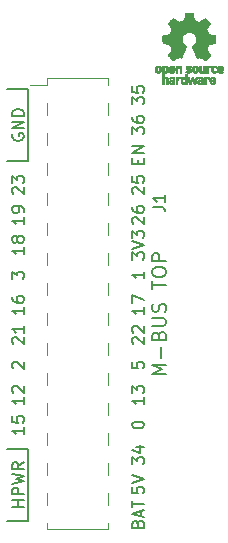
<source format=gto>
G04 #@! TF.GenerationSoftware,KiCad,Pcbnew,(5.1.8-0-10_14)*
G04 #@! TF.CreationDate,2021-04-05T23:51:01+09:00*
G04 #@! TF.ProjectId,M5_template,4d355f74-656d-4706-9c61-74652e6b6963,ver 0.1*
G04 #@! TF.SameCoordinates,Original*
G04 #@! TF.FileFunction,Legend,Top*
G04 #@! TF.FilePolarity,Positive*
%FSLAX46Y46*%
G04 Gerber Fmt 4.6, Leading zero omitted, Abs format (unit mm)*
G04 Created by KiCad (PCBNEW (5.1.8-0-10_14)) date 2021-04-05 23:51:01*
%MOMM*%
%LPD*%
G01*
G04 APERTURE LIST*
%ADD10C,0.200000*%
%ADD11C,0.010000*%
%ADD12C,0.120000*%
%ADD13C,0.150000*%
%ADD14C,1.000000*%
%ADD15R,3.150000X1.000000*%
%ADD16C,3.200000*%
%ADD17C,2.200000*%
G04 APERTURE END LIST*
D10*
X117496857Y-113955714D02*
X116296857Y-113955714D01*
X117154000Y-113555714D01*
X116296857Y-113155714D01*
X117496857Y-113155714D01*
X117039714Y-112584285D02*
X117039714Y-111670000D01*
X116868285Y-110698571D02*
X116925428Y-110527142D01*
X116982571Y-110470000D01*
X117096857Y-110412857D01*
X117268285Y-110412857D01*
X117382571Y-110470000D01*
X117439714Y-110527142D01*
X117496857Y-110641428D01*
X117496857Y-111098571D01*
X116296857Y-111098571D01*
X116296857Y-110698571D01*
X116354000Y-110584285D01*
X116411142Y-110527142D01*
X116525428Y-110470000D01*
X116639714Y-110470000D01*
X116754000Y-110527142D01*
X116811142Y-110584285D01*
X116868285Y-110698571D01*
X116868285Y-111098571D01*
X116296857Y-109898571D02*
X117268285Y-109898571D01*
X117382571Y-109841428D01*
X117439714Y-109784285D01*
X117496857Y-109670000D01*
X117496857Y-109441428D01*
X117439714Y-109327142D01*
X117382571Y-109270000D01*
X117268285Y-109212857D01*
X116296857Y-109212857D01*
X117439714Y-108698571D02*
X117496857Y-108527142D01*
X117496857Y-108241428D01*
X117439714Y-108127142D01*
X117382571Y-108070000D01*
X117268285Y-108012857D01*
X117154000Y-108012857D01*
X117039714Y-108070000D01*
X116982571Y-108127142D01*
X116925428Y-108241428D01*
X116868285Y-108470000D01*
X116811142Y-108584285D01*
X116754000Y-108641428D01*
X116639714Y-108698571D01*
X116525428Y-108698571D01*
X116411142Y-108641428D01*
X116354000Y-108584285D01*
X116296857Y-108470000D01*
X116296857Y-108184285D01*
X116354000Y-108012857D01*
X116296857Y-106755714D02*
X116296857Y-106070000D01*
X117496857Y-106412857D02*
X116296857Y-106412857D01*
X116296857Y-105441428D02*
X116296857Y-105212857D01*
X116354000Y-105098571D01*
X116468285Y-104984285D01*
X116696857Y-104927142D01*
X117096857Y-104927142D01*
X117325428Y-104984285D01*
X117439714Y-105098571D01*
X117496857Y-105212857D01*
X117496857Y-105441428D01*
X117439714Y-105555714D01*
X117325428Y-105670000D01*
X117096857Y-105727142D01*
X116696857Y-105727142D01*
X116468285Y-105670000D01*
X116354000Y-105555714D01*
X116296857Y-105441428D01*
X117496857Y-104412857D02*
X116296857Y-104412857D01*
X116296857Y-103955714D01*
X116354000Y-103841428D01*
X116411142Y-103784285D01*
X116525428Y-103727142D01*
X116696857Y-103727142D01*
X116811142Y-103784285D01*
X116868285Y-103841428D01*
X116925428Y-103955714D01*
X116925428Y-104412857D01*
X115104571Y-126626095D02*
X115152190Y-126483238D01*
X115199809Y-126435619D01*
X115295047Y-126388000D01*
X115437904Y-126388000D01*
X115533142Y-126435619D01*
X115580761Y-126483238D01*
X115628380Y-126578476D01*
X115628380Y-126959428D01*
X114628380Y-126959428D01*
X114628380Y-126626095D01*
X114676000Y-126530857D01*
X114723619Y-126483238D01*
X114818857Y-126435619D01*
X114914095Y-126435619D01*
X115009333Y-126483238D01*
X115056952Y-126530857D01*
X115104571Y-126626095D01*
X115104571Y-126959428D01*
X115342666Y-126007047D02*
X115342666Y-125530857D01*
X115628380Y-126102285D02*
X114628380Y-125768952D01*
X115628380Y-125435619D01*
X114628380Y-125245142D02*
X114628380Y-124673714D01*
X115628380Y-124959428D02*
X114628380Y-124959428D01*
X114628380Y-123538476D02*
X114628380Y-124014666D01*
X115104571Y-124062285D01*
X115056952Y-124014666D01*
X115009333Y-123919428D01*
X115009333Y-123681333D01*
X115056952Y-123586095D01*
X115104571Y-123538476D01*
X115199809Y-123490857D01*
X115437904Y-123490857D01*
X115533142Y-123538476D01*
X115580761Y-123586095D01*
X115628380Y-123681333D01*
X115628380Y-123919428D01*
X115580761Y-124014666D01*
X115533142Y-124062285D01*
X114628380Y-123205142D02*
X115628380Y-122871809D01*
X114628380Y-122538476D01*
X114628380Y-121617523D02*
X114628380Y-120998476D01*
X115009333Y-121331809D01*
X115009333Y-121188952D01*
X115056952Y-121093714D01*
X115104571Y-121046095D01*
X115199809Y-120998476D01*
X115437904Y-120998476D01*
X115533142Y-121046095D01*
X115580761Y-121093714D01*
X115628380Y-121188952D01*
X115628380Y-121474666D01*
X115580761Y-121569904D01*
X115533142Y-121617523D01*
X114961714Y-120141333D02*
X115628380Y-120141333D01*
X114580761Y-120379428D02*
X115295047Y-120617523D01*
X115295047Y-119998476D01*
X114628380Y-118315619D02*
X114628380Y-118220380D01*
X114676000Y-118125142D01*
X114723619Y-118077523D01*
X114818857Y-118029904D01*
X115009333Y-117982285D01*
X115247428Y-117982285D01*
X115437904Y-118029904D01*
X115533142Y-118077523D01*
X115580761Y-118125142D01*
X115628380Y-118220380D01*
X115628380Y-118315619D01*
X115580761Y-118410857D01*
X115533142Y-118458476D01*
X115437904Y-118506095D01*
X115247428Y-118553714D01*
X115009333Y-118553714D01*
X114818857Y-118506095D01*
X114723619Y-118458476D01*
X114676000Y-118410857D01*
X114628380Y-118315619D01*
X115628380Y-115918476D02*
X115628380Y-116489904D01*
X115628380Y-116204190D02*
X114628380Y-116204190D01*
X114771238Y-116299428D01*
X114866476Y-116394666D01*
X114914095Y-116489904D01*
X114628380Y-115585142D02*
X114628380Y-114966095D01*
X115009333Y-115299428D01*
X115009333Y-115156571D01*
X115056952Y-115061333D01*
X115104571Y-115013714D01*
X115199809Y-114966095D01*
X115437904Y-114966095D01*
X115533142Y-115013714D01*
X115580761Y-115061333D01*
X115628380Y-115156571D01*
X115628380Y-115442285D01*
X115580761Y-115537523D01*
X115533142Y-115585142D01*
X114628380Y-112949904D02*
X114628380Y-113426095D01*
X115104571Y-113473714D01*
X115056952Y-113426095D01*
X115009333Y-113330857D01*
X115009333Y-113092761D01*
X115056952Y-112997523D01*
X115104571Y-112949904D01*
X115199809Y-112902285D01*
X115437904Y-112902285D01*
X115533142Y-112949904D01*
X115580761Y-112997523D01*
X115628380Y-113092761D01*
X115628380Y-113330857D01*
X115580761Y-113426095D01*
X115533142Y-113473714D01*
X114723619Y-111409904D02*
X114676000Y-111362285D01*
X114628380Y-111267047D01*
X114628380Y-111028952D01*
X114676000Y-110933714D01*
X114723619Y-110886095D01*
X114818857Y-110838476D01*
X114914095Y-110838476D01*
X115056952Y-110886095D01*
X115628380Y-111457523D01*
X115628380Y-110838476D01*
X114723619Y-110457523D02*
X114676000Y-110409904D01*
X114628380Y-110314666D01*
X114628380Y-110076571D01*
X114676000Y-109981333D01*
X114723619Y-109933714D01*
X114818857Y-109886095D01*
X114914095Y-109886095D01*
X115056952Y-109933714D01*
X115628380Y-110505142D01*
X115628380Y-109886095D01*
X115628380Y-108298476D02*
X115628380Y-108869904D01*
X115628380Y-108584190D02*
X114628380Y-108584190D01*
X114771238Y-108679428D01*
X114866476Y-108774666D01*
X114914095Y-108869904D01*
X114628380Y-107965142D02*
X114628380Y-107298476D01*
X115628380Y-107727047D01*
X115628380Y-105282285D02*
X115628380Y-105853714D01*
X115628380Y-105568000D02*
X114628380Y-105568000D01*
X114771238Y-105663238D01*
X114866476Y-105758476D01*
X114914095Y-105853714D01*
X114628380Y-104266095D02*
X114628380Y-103647047D01*
X115009333Y-103980380D01*
X115009333Y-103837523D01*
X115056952Y-103742285D01*
X115104571Y-103694666D01*
X115199809Y-103647047D01*
X115437904Y-103647047D01*
X115533142Y-103694666D01*
X115580761Y-103742285D01*
X115628380Y-103837523D01*
X115628380Y-104123238D01*
X115580761Y-104218476D01*
X115533142Y-104266095D01*
X114628380Y-103361333D02*
X115628380Y-103028000D01*
X114628380Y-102694666D01*
X114628380Y-102456571D02*
X114628380Y-101837523D01*
X115009333Y-102170857D01*
X115009333Y-102028000D01*
X115056952Y-101932761D01*
X115104571Y-101885142D01*
X115199809Y-101837523D01*
X115437904Y-101837523D01*
X115533142Y-101885142D01*
X115580761Y-101932761D01*
X115628380Y-102028000D01*
X115628380Y-102313714D01*
X115580761Y-102408952D01*
X115533142Y-102456571D01*
X114723619Y-101249904D02*
X114676000Y-101202285D01*
X114628380Y-101107047D01*
X114628380Y-100868952D01*
X114676000Y-100773714D01*
X114723619Y-100726095D01*
X114818857Y-100678476D01*
X114914095Y-100678476D01*
X115056952Y-100726095D01*
X115628380Y-101297523D01*
X115628380Y-100678476D01*
X114628380Y-99821333D02*
X114628380Y-100011809D01*
X114676000Y-100107047D01*
X114723619Y-100154666D01*
X114866476Y-100249904D01*
X115056952Y-100297523D01*
X115437904Y-100297523D01*
X115533142Y-100249904D01*
X115580761Y-100202285D01*
X115628380Y-100107047D01*
X115628380Y-99916571D01*
X115580761Y-99821333D01*
X115533142Y-99773714D01*
X115437904Y-99726095D01*
X115199809Y-99726095D01*
X115104571Y-99773714D01*
X115056952Y-99821333D01*
X115009333Y-99916571D01*
X115009333Y-100107047D01*
X115056952Y-100202285D01*
X115104571Y-100249904D01*
X115199809Y-100297523D01*
X114723619Y-98709904D02*
X114676000Y-98662285D01*
X114628380Y-98567047D01*
X114628380Y-98328952D01*
X114676000Y-98233714D01*
X114723619Y-98186095D01*
X114818857Y-98138476D01*
X114914095Y-98138476D01*
X115056952Y-98186095D01*
X115628380Y-98757523D01*
X115628380Y-98138476D01*
X114628380Y-97233714D02*
X114628380Y-97709904D01*
X115104571Y-97757523D01*
X115056952Y-97709904D01*
X115009333Y-97614666D01*
X115009333Y-97376571D01*
X115056952Y-97281333D01*
X115104571Y-97233714D01*
X115199809Y-97186095D01*
X115437904Y-97186095D01*
X115533142Y-97233714D01*
X115580761Y-97281333D01*
X115628380Y-97376571D01*
X115628380Y-97614666D01*
X115580761Y-97709904D01*
X115533142Y-97757523D01*
X115104571Y-96146095D02*
X115104571Y-95812761D01*
X115628380Y-95669904D02*
X115628380Y-96146095D01*
X114628380Y-96146095D01*
X114628380Y-95669904D01*
X115628380Y-95241333D02*
X114628380Y-95241333D01*
X115628380Y-94669904D01*
X114628380Y-94669904D01*
X114628380Y-93677523D02*
X114628380Y-93058476D01*
X115009333Y-93391809D01*
X115009333Y-93248952D01*
X115056952Y-93153714D01*
X115104571Y-93106095D01*
X115199809Y-93058476D01*
X115437904Y-93058476D01*
X115533142Y-93106095D01*
X115580761Y-93153714D01*
X115628380Y-93248952D01*
X115628380Y-93534666D01*
X115580761Y-93629904D01*
X115533142Y-93677523D01*
X114628380Y-92201333D02*
X114628380Y-92391809D01*
X114676000Y-92487047D01*
X114723619Y-92534666D01*
X114866476Y-92629904D01*
X115056952Y-92677523D01*
X115437904Y-92677523D01*
X115533142Y-92629904D01*
X115580761Y-92582285D01*
X115628380Y-92487047D01*
X115628380Y-92296571D01*
X115580761Y-92201333D01*
X115533142Y-92153714D01*
X115437904Y-92106095D01*
X115199809Y-92106095D01*
X115104571Y-92153714D01*
X115056952Y-92201333D01*
X115009333Y-92296571D01*
X115009333Y-92487047D01*
X115056952Y-92582285D01*
X115104571Y-92629904D01*
X115199809Y-92677523D01*
X114628380Y-91137523D02*
X114628380Y-90518476D01*
X115009333Y-90851809D01*
X115009333Y-90708952D01*
X115056952Y-90613714D01*
X115104571Y-90566095D01*
X115199809Y-90518476D01*
X115437904Y-90518476D01*
X115533142Y-90566095D01*
X115580761Y-90613714D01*
X115628380Y-90708952D01*
X115628380Y-90994666D01*
X115580761Y-91089904D01*
X115533142Y-91137523D01*
X114628380Y-89613714D02*
X114628380Y-90089904D01*
X115104571Y-90137523D01*
X115056952Y-90089904D01*
X115009333Y-89994666D01*
X115009333Y-89756571D01*
X115056952Y-89661333D01*
X115104571Y-89613714D01*
X115199809Y-89566095D01*
X115437904Y-89566095D01*
X115533142Y-89613714D01*
X115580761Y-89661333D01*
X115628380Y-89756571D01*
X115628380Y-89994666D01*
X115580761Y-90089904D01*
X115533142Y-90137523D01*
X105778000Y-126396000D02*
X104000000Y-126396000D01*
X105778000Y-120300000D02*
X105778000Y-126396000D01*
X104000000Y-120300000D02*
X105778000Y-120300000D01*
X105778000Y-89820000D02*
X105778000Y-95916000D01*
X105778000Y-95916000D02*
X104000000Y-95916000D01*
X104000000Y-89820000D02*
X105778000Y-89820000D01*
X105468380Y-125205142D02*
X104468380Y-125205142D01*
X104944571Y-125205142D02*
X104944571Y-124633714D01*
X105468380Y-124633714D02*
X104468380Y-124633714D01*
X105468380Y-124157523D02*
X104468380Y-124157523D01*
X104468380Y-123776571D01*
X104516000Y-123681333D01*
X104563619Y-123633714D01*
X104658857Y-123586095D01*
X104801714Y-123586095D01*
X104896952Y-123633714D01*
X104944571Y-123681333D01*
X104992190Y-123776571D01*
X104992190Y-124157523D01*
X104468380Y-123252761D02*
X105468380Y-123014666D01*
X104754095Y-122824190D01*
X105468380Y-122633714D01*
X104468380Y-122395619D01*
X105468380Y-121443238D02*
X104992190Y-121776571D01*
X105468380Y-122014666D02*
X104468380Y-122014666D01*
X104468380Y-121633714D01*
X104516000Y-121538476D01*
X104563619Y-121490857D01*
X104658857Y-121443238D01*
X104801714Y-121443238D01*
X104896952Y-121490857D01*
X104944571Y-121538476D01*
X104992190Y-121633714D01*
X104992190Y-122014666D01*
X105468380Y-118458476D02*
X105468380Y-119029904D01*
X105468380Y-118744190D02*
X104468380Y-118744190D01*
X104611238Y-118839428D01*
X104706476Y-118934666D01*
X104754095Y-119029904D01*
X104468380Y-117553714D02*
X104468380Y-118029904D01*
X104944571Y-118077523D01*
X104896952Y-118029904D01*
X104849333Y-117934666D01*
X104849333Y-117696571D01*
X104896952Y-117601333D01*
X104944571Y-117553714D01*
X105039809Y-117506095D01*
X105277904Y-117506095D01*
X105373142Y-117553714D01*
X105420761Y-117601333D01*
X105468380Y-117696571D01*
X105468380Y-117934666D01*
X105420761Y-118029904D01*
X105373142Y-118077523D01*
X105468380Y-115918476D02*
X105468380Y-116489904D01*
X105468380Y-116204190D02*
X104468380Y-116204190D01*
X104611238Y-116299428D01*
X104706476Y-116394666D01*
X104754095Y-116489904D01*
X104563619Y-115537523D02*
X104516000Y-115489904D01*
X104468380Y-115394666D01*
X104468380Y-115156571D01*
X104516000Y-115061333D01*
X104563619Y-115013714D01*
X104658857Y-114966095D01*
X104754095Y-114966095D01*
X104896952Y-115013714D01*
X105468380Y-115585142D01*
X105468380Y-114966095D01*
X104563619Y-113473714D02*
X104516000Y-113426095D01*
X104468380Y-113330857D01*
X104468380Y-113092761D01*
X104516000Y-112997523D01*
X104563619Y-112949904D01*
X104658857Y-112902285D01*
X104754095Y-112902285D01*
X104896952Y-112949904D01*
X105468380Y-113521333D01*
X105468380Y-112902285D01*
X104563619Y-111409904D02*
X104516000Y-111362285D01*
X104468380Y-111267047D01*
X104468380Y-111028952D01*
X104516000Y-110933714D01*
X104563619Y-110886095D01*
X104658857Y-110838476D01*
X104754095Y-110838476D01*
X104896952Y-110886095D01*
X105468380Y-111457523D01*
X105468380Y-110838476D01*
X105468380Y-109886095D02*
X105468380Y-110457523D01*
X105468380Y-110171809D02*
X104468380Y-110171809D01*
X104611238Y-110267047D01*
X104706476Y-110362285D01*
X104754095Y-110457523D01*
X105468380Y-108298476D02*
X105468380Y-108869904D01*
X105468380Y-108584190D02*
X104468380Y-108584190D01*
X104611238Y-108679428D01*
X104706476Y-108774666D01*
X104754095Y-108869904D01*
X104468380Y-107441333D02*
X104468380Y-107631809D01*
X104516000Y-107727047D01*
X104563619Y-107774666D01*
X104706476Y-107869904D01*
X104896952Y-107917523D01*
X105277904Y-107917523D01*
X105373142Y-107869904D01*
X105420761Y-107822285D01*
X105468380Y-107727047D01*
X105468380Y-107536571D01*
X105420761Y-107441333D01*
X105373142Y-107393714D01*
X105277904Y-107346095D01*
X105039809Y-107346095D01*
X104944571Y-107393714D01*
X104896952Y-107441333D01*
X104849333Y-107536571D01*
X104849333Y-107727047D01*
X104896952Y-107822285D01*
X104944571Y-107869904D01*
X105039809Y-107917523D01*
X104468380Y-105901333D02*
X104468380Y-105282285D01*
X104849333Y-105615619D01*
X104849333Y-105472761D01*
X104896952Y-105377523D01*
X104944571Y-105329904D01*
X105039809Y-105282285D01*
X105277904Y-105282285D01*
X105373142Y-105329904D01*
X105420761Y-105377523D01*
X105468380Y-105472761D01*
X105468380Y-105758476D01*
X105420761Y-105853714D01*
X105373142Y-105901333D01*
X105468380Y-103218476D02*
X105468380Y-103789904D01*
X105468380Y-103504190D02*
X104468380Y-103504190D01*
X104611238Y-103599428D01*
X104706476Y-103694666D01*
X104754095Y-103789904D01*
X104896952Y-102647047D02*
X104849333Y-102742285D01*
X104801714Y-102789904D01*
X104706476Y-102837523D01*
X104658857Y-102837523D01*
X104563619Y-102789904D01*
X104516000Y-102742285D01*
X104468380Y-102647047D01*
X104468380Y-102456571D01*
X104516000Y-102361333D01*
X104563619Y-102313714D01*
X104658857Y-102266095D01*
X104706476Y-102266095D01*
X104801714Y-102313714D01*
X104849333Y-102361333D01*
X104896952Y-102456571D01*
X104896952Y-102647047D01*
X104944571Y-102742285D01*
X104992190Y-102789904D01*
X105087428Y-102837523D01*
X105277904Y-102837523D01*
X105373142Y-102789904D01*
X105420761Y-102742285D01*
X105468380Y-102647047D01*
X105468380Y-102456571D01*
X105420761Y-102361333D01*
X105373142Y-102313714D01*
X105277904Y-102266095D01*
X105087428Y-102266095D01*
X104992190Y-102313714D01*
X104944571Y-102361333D01*
X104896952Y-102456571D01*
X105468380Y-100678476D02*
X105468380Y-101249904D01*
X105468380Y-100964190D02*
X104468380Y-100964190D01*
X104611238Y-101059428D01*
X104706476Y-101154666D01*
X104754095Y-101249904D01*
X105468380Y-100202285D02*
X105468380Y-100011809D01*
X105420761Y-99916571D01*
X105373142Y-99868952D01*
X105230285Y-99773714D01*
X105039809Y-99726095D01*
X104658857Y-99726095D01*
X104563619Y-99773714D01*
X104516000Y-99821333D01*
X104468380Y-99916571D01*
X104468380Y-100107047D01*
X104516000Y-100202285D01*
X104563619Y-100249904D01*
X104658857Y-100297523D01*
X104896952Y-100297523D01*
X104992190Y-100249904D01*
X105039809Y-100202285D01*
X105087428Y-100107047D01*
X105087428Y-99916571D01*
X105039809Y-99821333D01*
X104992190Y-99773714D01*
X104896952Y-99726095D01*
X104563619Y-98709904D02*
X104516000Y-98662285D01*
X104468380Y-98567047D01*
X104468380Y-98328952D01*
X104516000Y-98233714D01*
X104563619Y-98186095D01*
X104658857Y-98138476D01*
X104754095Y-98138476D01*
X104896952Y-98186095D01*
X105468380Y-98757523D01*
X105468380Y-98138476D01*
X104468380Y-97805142D02*
X104468380Y-97186095D01*
X104849333Y-97519428D01*
X104849333Y-97376571D01*
X104896952Y-97281333D01*
X104944571Y-97233714D01*
X105039809Y-97186095D01*
X105277904Y-97186095D01*
X105373142Y-97233714D01*
X105420761Y-97281333D01*
X105468380Y-97376571D01*
X105468380Y-97662285D01*
X105420761Y-97757523D01*
X105373142Y-97805142D01*
X104516000Y-93629904D02*
X104468380Y-93725142D01*
X104468380Y-93868000D01*
X104516000Y-94010857D01*
X104611238Y-94106095D01*
X104706476Y-94153714D01*
X104896952Y-94201333D01*
X105039809Y-94201333D01*
X105230285Y-94153714D01*
X105325523Y-94106095D01*
X105420761Y-94010857D01*
X105468380Y-93868000D01*
X105468380Y-93772761D01*
X105420761Y-93629904D01*
X105373142Y-93582285D01*
X105039809Y-93582285D01*
X105039809Y-93772761D01*
X105468380Y-93153714D02*
X104468380Y-93153714D01*
X105468380Y-92582285D01*
X104468380Y-92582285D01*
X105468380Y-92106095D02*
X104468380Y-92106095D01*
X104468380Y-91868000D01*
X104516000Y-91725142D01*
X104611238Y-91629904D01*
X104706476Y-91582285D01*
X104896952Y-91534666D01*
X105039809Y-91534666D01*
X105230285Y-91582285D01*
X105325523Y-91629904D01*
X105420761Y-91725142D01*
X105468380Y-91868000D01*
X105468380Y-92106095D01*
D11*
G36*
X119807464Y-83681018D02*
G01*
X119864312Y-83982570D01*
X120283838Y-84155512D01*
X120535484Y-83984395D01*
X120605958Y-83936750D01*
X120669663Y-83894210D01*
X120723626Y-83858715D01*
X120764873Y-83832210D01*
X120790434Y-83816636D01*
X120797395Y-83813278D01*
X120809935Y-83821914D01*
X120836731Y-83845792D01*
X120874780Y-83881859D01*
X120921079Y-83927067D01*
X120972623Y-83978364D01*
X121026409Y-84032701D01*
X121079435Y-84087028D01*
X121128695Y-84138295D01*
X121171187Y-84183451D01*
X121203907Y-84219446D01*
X121223851Y-84243230D01*
X121228619Y-84251190D01*
X121221757Y-84265865D01*
X121202520Y-84298014D01*
X121172930Y-84344492D01*
X121135010Y-84402156D01*
X121090782Y-84467860D01*
X121065154Y-84505336D01*
X121018441Y-84573768D01*
X120976932Y-84635520D01*
X120942640Y-84687519D01*
X120917580Y-84726692D01*
X120903764Y-84749965D01*
X120901688Y-84754855D01*
X120906395Y-84768755D01*
X120919223Y-84801150D01*
X120938238Y-84847485D01*
X120961503Y-84903206D01*
X120987084Y-84963758D01*
X121013045Y-85024586D01*
X121037450Y-85081136D01*
X121058363Y-85128852D01*
X121073849Y-85163181D01*
X121081972Y-85179568D01*
X121082452Y-85180212D01*
X121095207Y-85183341D01*
X121129177Y-85190321D01*
X121180840Y-85200467D01*
X121246676Y-85213092D01*
X121323164Y-85227509D01*
X121367790Y-85235823D01*
X121449521Y-85251384D01*
X121523343Y-85266192D01*
X121585521Y-85279436D01*
X121632322Y-85290305D01*
X121660009Y-85297989D01*
X121665574Y-85300427D01*
X121671026Y-85316930D01*
X121675424Y-85354200D01*
X121678772Y-85407880D01*
X121681074Y-85473612D01*
X121682332Y-85547037D01*
X121682548Y-85623796D01*
X121681727Y-85699532D01*
X121679871Y-85769886D01*
X121676982Y-85830500D01*
X121673065Y-85877016D01*
X121668122Y-85905075D01*
X121665157Y-85910916D01*
X121647434Y-85917917D01*
X121609881Y-85927927D01*
X121557464Y-85939769D01*
X121495152Y-85952267D01*
X121473400Y-85956310D01*
X121368524Y-85975520D01*
X121285680Y-85990991D01*
X121222130Y-86003337D01*
X121175137Y-86013173D01*
X121141963Y-86021114D01*
X121119871Y-86027776D01*
X121106124Y-86033773D01*
X121097984Y-86039719D01*
X121096845Y-86040894D01*
X121085477Y-86059826D01*
X121068135Y-86096669D01*
X121046550Y-86146913D01*
X121022454Y-86206046D01*
X120997579Y-86269556D01*
X120973657Y-86332932D01*
X120952419Y-86391662D01*
X120935597Y-86441235D01*
X120924922Y-86477139D01*
X120922127Y-86494862D01*
X120922360Y-86495483D01*
X120931831Y-86509970D01*
X120953318Y-86541844D01*
X120984563Y-86587789D01*
X121023307Y-86644485D01*
X121067293Y-86708617D01*
X121079819Y-86726842D01*
X121124484Y-86792914D01*
X121163788Y-86853200D01*
X121195588Y-86904235D01*
X121217745Y-86942560D01*
X121228117Y-86964711D01*
X121228619Y-86967432D01*
X121219905Y-86981736D01*
X121195825Y-87010072D01*
X121159476Y-87049396D01*
X121113953Y-87096661D01*
X121062352Y-87148823D01*
X121007767Y-87202835D01*
X120953294Y-87255653D01*
X120902029Y-87304231D01*
X120857067Y-87345523D01*
X120821504Y-87376485D01*
X120798435Y-87394070D01*
X120792054Y-87396941D01*
X120777199Y-87390178D01*
X120746786Y-87371939D01*
X120705768Y-87345297D01*
X120674209Y-87323852D01*
X120617025Y-87284503D01*
X120549306Y-87238171D01*
X120481380Y-87191913D01*
X120444861Y-87167155D01*
X120321252Y-87083547D01*
X120217491Y-87139650D01*
X120170220Y-87164228D01*
X120130023Y-87183331D01*
X120102826Y-87194227D01*
X120095902Y-87195743D01*
X120087577Y-87184549D01*
X120071154Y-87152917D01*
X120047857Y-87103765D01*
X120018914Y-87040010D01*
X119985550Y-86964571D01*
X119948991Y-86880364D01*
X119910464Y-86790308D01*
X119871194Y-86697321D01*
X119832408Y-86604320D01*
X119795330Y-86514223D01*
X119761189Y-86429948D01*
X119731208Y-86354413D01*
X119706616Y-86290534D01*
X119688636Y-86241231D01*
X119678497Y-86209421D01*
X119676866Y-86198496D01*
X119689791Y-86184561D01*
X119718089Y-86161940D01*
X119755846Y-86135333D01*
X119759015Y-86133228D01*
X119856600Y-86055114D01*
X119935286Y-85963982D01*
X119994391Y-85862745D01*
X120033232Y-85754318D01*
X120051128Y-85641614D01*
X120047397Y-85527548D01*
X120021357Y-85415034D01*
X119972325Y-85306985D01*
X119957900Y-85283345D01*
X119882869Y-85187887D01*
X119794230Y-85111232D01*
X119695049Y-85053780D01*
X119588395Y-85015929D01*
X119477336Y-84998078D01*
X119364939Y-85000625D01*
X119254273Y-85023970D01*
X119148406Y-85068510D01*
X119050405Y-85134645D01*
X119020090Y-85161487D01*
X118942938Y-85245512D01*
X118886718Y-85333966D01*
X118848153Y-85433115D01*
X118826674Y-85531303D01*
X118821372Y-85641697D01*
X118839052Y-85752640D01*
X118877919Y-85860381D01*
X118936177Y-85961169D01*
X119012031Y-86051256D01*
X119103683Y-86126892D01*
X119115728Y-86134864D01*
X119153889Y-86160974D01*
X119182899Y-86183595D01*
X119196768Y-86198039D01*
X119196969Y-86198496D01*
X119193992Y-86214121D01*
X119182189Y-86249582D01*
X119162786Y-86301962D01*
X119137012Y-86368345D01*
X119106091Y-86445814D01*
X119071251Y-86531450D01*
X119033717Y-86622337D01*
X118994717Y-86715559D01*
X118955477Y-86808197D01*
X118917224Y-86897335D01*
X118881183Y-86980055D01*
X118848583Y-87053441D01*
X118820648Y-87114575D01*
X118798605Y-87160541D01*
X118783682Y-87188421D01*
X118777672Y-87195743D01*
X118759309Y-87190041D01*
X118724948Y-87174749D01*
X118680516Y-87152599D01*
X118656083Y-87139650D01*
X118552322Y-87083547D01*
X118428713Y-87167155D01*
X118365614Y-87209987D01*
X118296530Y-87257122D01*
X118231793Y-87301503D01*
X118199366Y-87323852D01*
X118153759Y-87354477D01*
X118115140Y-87378747D01*
X118088548Y-87393587D01*
X118079910Y-87396724D01*
X118067339Y-87388261D01*
X118039516Y-87364636D01*
X117999139Y-87328302D01*
X117948905Y-87281711D01*
X117891512Y-87227317D01*
X117855214Y-87192392D01*
X117791710Y-87129996D01*
X117736827Y-87074188D01*
X117692786Y-87027354D01*
X117661805Y-86991882D01*
X117646102Y-86970161D01*
X117644595Y-86965752D01*
X117651586Y-86948985D01*
X117670906Y-86915082D01*
X117700409Y-86867476D01*
X117737955Y-86809599D01*
X117781400Y-86744884D01*
X117793755Y-86726842D01*
X117838773Y-86661267D01*
X117879160Y-86602228D01*
X117912660Y-86553042D01*
X117937014Y-86517028D01*
X117949964Y-86497502D01*
X117951215Y-86495483D01*
X117949344Y-86479922D01*
X117939413Y-86445709D01*
X117923153Y-86397355D01*
X117902295Y-86339371D01*
X117878573Y-86276270D01*
X117853716Y-86212563D01*
X117829458Y-86152761D01*
X117807529Y-86101376D01*
X117789662Y-86062919D01*
X117777587Y-86041902D01*
X117776729Y-86040894D01*
X117769346Y-86034888D01*
X117756875Y-86028948D01*
X117736580Y-86022460D01*
X117705722Y-86014809D01*
X117661566Y-86005380D01*
X117601374Y-85993559D01*
X117522407Y-85978729D01*
X117421930Y-85960277D01*
X117400175Y-85956310D01*
X117335698Y-85943853D01*
X117279489Y-85931666D01*
X117236513Y-85920926D01*
X117211740Y-85912809D01*
X117208418Y-85910916D01*
X117202944Y-85894138D01*
X117198494Y-85856645D01*
X117195072Y-85802794D01*
X117192681Y-85736944D01*
X117191323Y-85663453D01*
X117191001Y-85586680D01*
X117191719Y-85510983D01*
X117193479Y-85440720D01*
X117196284Y-85380250D01*
X117200138Y-85333930D01*
X117205043Y-85306119D01*
X117208000Y-85300427D01*
X117224463Y-85294686D01*
X117261949Y-85285345D01*
X117316725Y-85273215D01*
X117385055Y-85259107D01*
X117463206Y-85243830D01*
X117505784Y-85235823D01*
X117586571Y-85220721D01*
X117658613Y-85207040D01*
X117718389Y-85195467D01*
X117762379Y-85186687D01*
X117787061Y-85181387D01*
X117791123Y-85180212D01*
X117797989Y-85166965D01*
X117812502Y-85135057D01*
X117832729Y-85089047D01*
X117856734Y-85033492D01*
X117882582Y-84972953D01*
X117908340Y-84911986D01*
X117932073Y-84855151D01*
X117951846Y-84807006D01*
X117965724Y-84772110D01*
X117971774Y-84755021D01*
X117971886Y-84754274D01*
X117965028Y-84740793D01*
X117945802Y-84709770D01*
X117916228Y-84664289D01*
X117878327Y-84607432D01*
X117834120Y-84542283D01*
X117808421Y-84504862D01*
X117761593Y-84436247D01*
X117720001Y-84373952D01*
X117685675Y-84321129D01*
X117660643Y-84280927D01*
X117646935Y-84256500D01*
X117644956Y-84251024D01*
X117653466Y-84238278D01*
X117676993Y-84211063D01*
X117712532Y-84172428D01*
X117757077Y-84125423D01*
X117807623Y-84073095D01*
X117861164Y-84018495D01*
X117914695Y-83964670D01*
X117965211Y-83914670D01*
X118009706Y-83871543D01*
X118045175Y-83838339D01*
X118068613Y-83818106D01*
X118076454Y-83813278D01*
X118089220Y-83820067D01*
X118119756Y-83839142D01*
X118165090Y-83868561D01*
X118222256Y-83906381D01*
X118288284Y-83950661D01*
X118338090Y-83984395D01*
X118589736Y-84155512D01*
X118799499Y-84069041D01*
X119009263Y-83982570D01*
X119066111Y-83681018D01*
X119122960Y-83379466D01*
X119750615Y-83379466D01*
X119807464Y-83681018D01*
G37*
X119807464Y-83681018D02*
X119864312Y-83982570D01*
X120283838Y-84155512D01*
X120535484Y-83984395D01*
X120605958Y-83936750D01*
X120669663Y-83894210D01*
X120723626Y-83858715D01*
X120764873Y-83832210D01*
X120790434Y-83816636D01*
X120797395Y-83813278D01*
X120809935Y-83821914D01*
X120836731Y-83845792D01*
X120874780Y-83881859D01*
X120921079Y-83927067D01*
X120972623Y-83978364D01*
X121026409Y-84032701D01*
X121079435Y-84087028D01*
X121128695Y-84138295D01*
X121171187Y-84183451D01*
X121203907Y-84219446D01*
X121223851Y-84243230D01*
X121228619Y-84251190D01*
X121221757Y-84265865D01*
X121202520Y-84298014D01*
X121172930Y-84344492D01*
X121135010Y-84402156D01*
X121090782Y-84467860D01*
X121065154Y-84505336D01*
X121018441Y-84573768D01*
X120976932Y-84635520D01*
X120942640Y-84687519D01*
X120917580Y-84726692D01*
X120903764Y-84749965D01*
X120901688Y-84754855D01*
X120906395Y-84768755D01*
X120919223Y-84801150D01*
X120938238Y-84847485D01*
X120961503Y-84903206D01*
X120987084Y-84963758D01*
X121013045Y-85024586D01*
X121037450Y-85081136D01*
X121058363Y-85128852D01*
X121073849Y-85163181D01*
X121081972Y-85179568D01*
X121082452Y-85180212D01*
X121095207Y-85183341D01*
X121129177Y-85190321D01*
X121180840Y-85200467D01*
X121246676Y-85213092D01*
X121323164Y-85227509D01*
X121367790Y-85235823D01*
X121449521Y-85251384D01*
X121523343Y-85266192D01*
X121585521Y-85279436D01*
X121632322Y-85290305D01*
X121660009Y-85297989D01*
X121665574Y-85300427D01*
X121671026Y-85316930D01*
X121675424Y-85354200D01*
X121678772Y-85407880D01*
X121681074Y-85473612D01*
X121682332Y-85547037D01*
X121682548Y-85623796D01*
X121681727Y-85699532D01*
X121679871Y-85769886D01*
X121676982Y-85830500D01*
X121673065Y-85877016D01*
X121668122Y-85905075D01*
X121665157Y-85910916D01*
X121647434Y-85917917D01*
X121609881Y-85927927D01*
X121557464Y-85939769D01*
X121495152Y-85952267D01*
X121473400Y-85956310D01*
X121368524Y-85975520D01*
X121285680Y-85990991D01*
X121222130Y-86003337D01*
X121175137Y-86013173D01*
X121141963Y-86021114D01*
X121119871Y-86027776D01*
X121106124Y-86033773D01*
X121097984Y-86039719D01*
X121096845Y-86040894D01*
X121085477Y-86059826D01*
X121068135Y-86096669D01*
X121046550Y-86146913D01*
X121022454Y-86206046D01*
X120997579Y-86269556D01*
X120973657Y-86332932D01*
X120952419Y-86391662D01*
X120935597Y-86441235D01*
X120924922Y-86477139D01*
X120922127Y-86494862D01*
X120922360Y-86495483D01*
X120931831Y-86509970D01*
X120953318Y-86541844D01*
X120984563Y-86587789D01*
X121023307Y-86644485D01*
X121067293Y-86708617D01*
X121079819Y-86726842D01*
X121124484Y-86792914D01*
X121163788Y-86853200D01*
X121195588Y-86904235D01*
X121217745Y-86942560D01*
X121228117Y-86964711D01*
X121228619Y-86967432D01*
X121219905Y-86981736D01*
X121195825Y-87010072D01*
X121159476Y-87049396D01*
X121113953Y-87096661D01*
X121062352Y-87148823D01*
X121007767Y-87202835D01*
X120953294Y-87255653D01*
X120902029Y-87304231D01*
X120857067Y-87345523D01*
X120821504Y-87376485D01*
X120798435Y-87394070D01*
X120792054Y-87396941D01*
X120777199Y-87390178D01*
X120746786Y-87371939D01*
X120705768Y-87345297D01*
X120674209Y-87323852D01*
X120617025Y-87284503D01*
X120549306Y-87238171D01*
X120481380Y-87191913D01*
X120444861Y-87167155D01*
X120321252Y-87083547D01*
X120217491Y-87139650D01*
X120170220Y-87164228D01*
X120130023Y-87183331D01*
X120102826Y-87194227D01*
X120095902Y-87195743D01*
X120087577Y-87184549D01*
X120071154Y-87152917D01*
X120047857Y-87103765D01*
X120018914Y-87040010D01*
X119985550Y-86964571D01*
X119948991Y-86880364D01*
X119910464Y-86790308D01*
X119871194Y-86697321D01*
X119832408Y-86604320D01*
X119795330Y-86514223D01*
X119761189Y-86429948D01*
X119731208Y-86354413D01*
X119706616Y-86290534D01*
X119688636Y-86241231D01*
X119678497Y-86209421D01*
X119676866Y-86198496D01*
X119689791Y-86184561D01*
X119718089Y-86161940D01*
X119755846Y-86135333D01*
X119759015Y-86133228D01*
X119856600Y-86055114D01*
X119935286Y-85963982D01*
X119994391Y-85862745D01*
X120033232Y-85754318D01*
X120051128Y-85641614D01*
X120047397Y-85527548D01*
X120021357Y-85415034D01*
X119972325Y-85306985D01*
X119957900Y-85283345D01*
X119882869Y-85187887D01*
X119794230Y-85111232D01*
X119695049Y-85053780D01*
X119588395Y-85015929D01*
X119477336Y-84998078D01*
X119364939Y-85000625D01*
X119254273Y-85023970D01*
X119148406Y-85068510D01*
X119050405Y-85134645D01*
X119020090Y-85161487D01*
X118942938Y-85245512D01*
X118886718Y-85333966D01*
X118848153Y-85433115D01*
X118826674Y-85531303D01*
X118821372Y-85641697D01*
X118839052Y-85752640D01*
X118877919Y-85860381D01*
X118936177Y-85961169D01*
X119012031Y-86051256D01*
X119103683Y-86126892D01*
X119115728Y-86134864D01*
X119153889Y-86160974D01*
X119182899Y-86183595D01*
X119196768Y-86198039D01*
X119196969Y-86198496D01*
X119193992Y-86214121D01*
X119182189Y-86249582D01*
X119162786Y-86301962D01*
X119137012Y-86368345D01*
X119106091Y-86445814D01*
X119071251Y-86531450D01*
X119033717Y-86622337D01*
X118994717Y-86715559D01*
X118955477Y-86808197D01*
X118917224Y-86897335D01*
X118881183Y-86980055D01*
X118848583Y-87053441D01*
X118820648Y-87114575D01*
X118798605Y-87160541D01*
X118783682Y-87188421D01*
X118777672Y-87195743D01*
X118759309Y-87190041D01*
X118724948Y-87174749D01*
X118680516Y-87152599D01*
X118656083Y-87139650D01*
X118552322Y-87083547D01*
X118428713Y-87167155D01*
X118365614Y-87209987D01*
X118296530Y-87257122D01*
X118231793Y-87301503D01*
X118199366Y-87323852D01*
X118153759Y-87354477D01*
X118115140Y-87378747D01*
X118088548Y-87393587D01*
X118079910Y-87396724D01*
X118067339Y-87388261D01*
X118039516Y-87364636D01*
X117999139Y-87328302D01*
X117948905Y-87281711D01*
X117891512Y-87227317D01*
X117855214Y-87192392D01*
X117791710Y-87129996D01*
X117736827Y-87074188D01*
X117692786Y-87027354D01*
X117661805Y-86991882D01*
X117646102Y-86970161D01*
X117644595Y-86965752D01*
X117651586Y-86948985D01*
X117670906Y-86915082D01*
X117700409Y-86867476D01*
X117737955Y-86809599D01*
X117781400Y-86744884D01*
X117793755Y-86726842D01*
X117838773Y-86661267D01*
X117879160Y-86602228D01*
X117912660Y-86553042D01*
X117937014Y-86517028D01*
X117949964Y-86497502D01*
X117951215Y-86495483D01*
X117949344Y-86479922D01*
X117939413Y-86445709D01*
X117923153Y-86397355D01*
X117902295Y-86339371D01*
X117878573Y-86276270D01*
X117853716Y-86212563D01*
X117829458Y-86152761D01*
X117807529Y-86101376D01*
X117789662Y-86062919D01*
X117777587Y-86041902D01*
X117776729Y-86040894D01*
X117769346Y-86034888D01*
X117756875Y-86028948D01*
X117736580Y-86022460D01*
X117705722Y-86014809D01*
X117661566Y-86005380D01*
X117601374Y-85993559D01*
X117522407Y-85978729D01*
X117421930Y-85960277D01*
X117400175Y-85956310D01*
X117335698Y-85943853D01*
X117279489Y-85931666D01*
X117236513Y-85920926D01*
X117211740Y-85912809D01*
X117208418Y-85910916D01*
X117202944Y-85894138D01*
X117198494Y-85856645D01*
X117195072Y-85802794D01*
X117192681Y-85736944D01*
X117191323Y-85663453D01*
X117191001Y-85586680D01*
X117191719Y-85510983D01*
X117193479Y-85440720D01*
X117196284Y-85380250D01*
X117200138Y-85333930D01*
X117205043Y-85306119D01*
X117208000Y-85300427D01*
X117224463Y-85294686D01*
X117261949Y-85285345D01*
X117316725Y-85273215D01*
X117385055Y-85259107D01*
X117463206Y-85243830D01*
X117505784Y-85235823D01*
X117586571Y-85220721D01*
X117658613Y-85207040D01*
X117718389Y-85195467D01*
X117762379Y-85186687D01*
X117787061Y-85181387D01*
X117791123Y-85180212D01*
X117797989Y-85166965D01*
X117812502Y-85135057D01*
X117832729Y-85089047D01*
X117856734Y-85033492D01*
X117882582Y-84972953D01*
X117908340Y-84911986D01*
X117932073Y-84855151D01*
X117951846Y-84807006D01*
X117965724Y-84772110D01*
X117971774Y-84755021D01*
X117971886Y-84754274D01*
X117965028Y-84740793D01*
X117945802Y-84709770D01*
X117916228Y-84664289D01*
X117878327Y-84607432D01*
X117834120Y-84542283D01*
X117808421Y-84504862D01*
X117761593Y-84436247D01*
X117720001Y-84373952D01*
X117685675Y-84321129D01*
X117660643Y-84280927D01*
X117646935Y-84256500D01*
X117644956Y-84251024D01*
X117653466Y-84238278D01*
X117676993Y-84211063D01*
X117712532Y-84172428D01*
X117757077Y-84125423D01*
X117807623Y-84073095D01*
X117861164Y-84018495D01*
X117914695Y-83964670D01*
X117965211Y-83914670D01*
X118009706Y-83871543D01*
X118045175Y-83838339D01*
X118068613Y-83818106D01*
X118076454Y-83813278D01*
X118089220Y-83820067D01*
X118119756Y-83839142D01*
X118165090Y-83868561D01*
X118222256Y-83906381D01*
X118288284Y-83950661D01*
X118338090Y-83984395D01*
X118589736Y-84155512D01*
X118799499Y-84069041D01*
X119009263Y-83982570D01*
X119066111Y-83681018D01*
X119122960Y-83379466D01*
X119750615Y-83379466D01*
X119807464Y-83681018D01*
G36*
X121229960Y-87849030D02*
G01*
X121273211Y-87862245D01*
X121301058Y-87878941D01*
X121310129Y-87892145D01*
X121307632Y-87907797D01*
X121291431Y-87932385D01*
X121277732Y-87949800D01*
X121249492Y-87981283D01*
X121228275Y-87994529D01*
X121210188Y-87993664D01*
X121156535Y-87980010D01*
X121117130Y-87980630D01*
X121085132Y-87996104D01*
X121074390Y-88005161D01*
X121040005Y-88037027D01*
X121040005Y-88453179D01*
X120901688Y-88453179D01*
X120901688Y-87849614D01*
X120970847Y-87849614D01*
X121012369Y-87851256D01*
X121033791Y-87857087D01*
X121040002Y-87868461D01*
X121040005Y-87868798D01*
X121042939Y-87880713D01*
X121056204Y-87879159D01*
X121074584Y-87870563D01*
X121112546Y-87854568D01*
X121143372Y-87844945D01*
X121183036Y-87842478D01*
X121229960Y-87849030D01*
G37*
X121229960Y-87849030D02*
X121273211Y-87862245D01*
X121301058Y-87878941D01*
X121310129Y-87892145D01*
X121307632Y-87907797D01*
X121291431Y-87932385D01*
X121277732Y-87949800D01*
X121249492Y-87981283D01*
X121228275Y-87994529D01*
X121210188Y-87993664D01*
X121156535Y-87980010D01*
X121117130Y-87980630D01*
X121085132Y-87996104D01*
X121074390Y-88005161D01*
X121040005Y-88037027D01*
X121040005Y-88453179D01*
X120901688Y-88453179D01*
X120901688Y-87849614D01*
X120970847Y-87849614D01*
X121012369Y-87851256D01*
X121033791Y-87857087D01*
X121040002Y-87868461D01*
X121040005Y-87868798D01*
X121042939Y-87880713D01*
X121056204Y-87879159D01*
X121074584Y-87870563D01*
X121112546Y-87854568D01*
X121143372Y-87844945D01*
X121183036Y-87842478D01*
X121229960Y-87849030D01*
G36*
X118676488Y-87860002D02*
G01*
X118707783Y-87874950D01*
X118738091Y-87896541D01*
X118761182Y-87921391D01*
X118778000Y-87953087D01*
X118789494Y-87995214D01*
X118796609Y-88051358D01*
X118800293Y-88125106D01*
X118801492Y-88220044D01*
X118801511Y-88229985D01*
X118801787Y-88453179D01*
X118663470Y-88453179D01*
X118663470Y-88247418D01*
X118663372Y-88171189D01*
X118662691Y-88115939D01*
X118660849Y-88077501D01*
X118657267Y-88051706D01*
X118651368Y-88034384D01*
X118642573Y-88021368D01*
X118630320Y-88008507D01*
X118587453Y-87980873D01*
X118540657Y-87975745D01*
X118496076Y-87993217D01*
X118480572Y-88006221D01*
X118469190Y-88018447D01*
X118461019Y-88031540D01*
X118455526Y-88049615D01*
X118452180Y-88076787D01*
X118450449Y-88117170D01*
X118449803Y-88174879D01*
X118449708Y-88245132D01*
X118449708Y-88453179D01*
X118311391Y-88453179D01*
X118311391Y-87849614D01*
X118380550Y-87849614D01*
X118422072Y-87851256D01*
X118443494Y-87857087D01*
X118449705Y-87868461D01*
X118449708Y-87868798D01*
X118452590Y-87879938D01*
X118465301Y-87878674D01*
X118490574Y-87866434D01*
X118547895Y-87848424D01*
X118613463Y-87846421D01*
X118676488Y-87860002D01*
G37*
X118676488Y-87860002D02*
X118707783Y-87874950D01*
X118738091Y-87896541D01*
X118761182Y-87921391D01*
X118778000Y-87953087D01*
X118789494Y-87995214D01*
X118796609Y-88051358D01*
X118800293Y-88125106D01*
X118801492Y-88220044D01*
X118801511Y-88229985D01*
X118801787Y-88453179D01*
X118663470Y-88453179D01*
X118663470Y-88247418D01*
X118663372Y-88171189D01*
X118662691Y-88115939D01*
X118660849Y-88077501D01*
X118657267Y-88051706D01*
X118651368Y-88034384D01*
X118642573Y-88021368D01*
X118630320Y-88008507D01*
X118587453Y-87980873D01*
X118540657Y-87975745D01*
X118496076Y-87993217D01*
X118480572Y-88006221D01*
X118469190Y-88018447D01*
X118461019Y-88031540D01*
X118455526Y-88049615D01*
X118452180Y-88076787D01*
X118450449Y-88117170D01*
X118449803Y-88174879D01*
X118449708Y-88245132D01*
X118449708Y-88453179D01*
X118311391Y-88453179D01*
X118311391Y-87849614D01*
X118380550Y-87849614D01*
X118422072Y-87851256D01*
X118443494Y-87857087D01*
X118449705Y-87868461D01*
X118449708Y-87868798D01*
X118452590Y-87879938D01*
X118465301Y-87878674D01*
X118490574Y-87866434D01*
X118547895Y-87848424D01*
X118613463Y-87846421D01*
X118676488Y-87860002D01*
G36*
X122108398Y-87847457D02*
G01*
X122140596Y-87855279D01*
X122202325Y-87883921D01*
X122255110Y-87927667D01*
X122291641Y-87980117D01*
X122296660Y-87991893D01*
X122303545Y-88022740D01*
X122308364Y-88068371D01*
X122310005Y-88114492D01*
X122310005Y-88201693D01*
X122127678Y-88201693D01*
X122052479Y-88201978D01*
X121999503Y-88203704D01*
X121965825Y-88208181D01*
X121948520Y-88216720D01*
X121944663Y-88230630D01*
X121951329Y-88251222D01*
X121963270Y-88275315D01*
X121996580Y-88315525D01*
X122042868Y-88335558D01*
X122099444Y-88334905D01*
X122163531Y-88313101D01*
X122218917Y-88286193D01*
X122264875Y-88322532D01*
X122310833Y-88358872D01*
X122267596Y-88398819D01*
X122209874Y-88436563D01*
X122138886Y-88459320D01*
X122062529Y-88465688D01*
X121988699Y-88454268D01*
X121976787Y-88450393D01*
X121911899Y-88416506D01*
X121863630Y-88365986D01*
X121830965Y-88297325D01*
X121812885Y-88209014D01*
X121812675Y-88207121D01*
X121811056Y-88110878D01*
X121817600Y-88076542D01*
X121945352Y-88076542D01*
X121957084Y-88081822D01*
X121988938Y-88085867D01*
X122035897Y-88088176D01*
X122065654Y-88088525D01*
X122121148Y-88088306D01*
X122155846Y-88086916D01*
X122174101Y-88083251D01*
X122180266Y-88076210D01*
X122178695Y-88064690D01*
X122177378Y-88060233D01*
X122154882Y-88018355D01*
X122119503Y-87984604D01*
X122088280Y-87969773D01*
X122046801Y-87970668D01*
X122004769Y-87989164D01*
X121969512Y-88019786D01*
X121948354Y-88057062D01*
X121945352Y-88076542D01*
X121817600Y-88076542D01*
X121827190Y-88026229D01*
X121859198Y-87955191D01*
X121905201Y-87899779D01*
X121963321Y-87862009D01*
X122031680Y-87843896D01*
X122108398Y-87847457D01*
G37*
X122108398Y-87847457D02*
X122140596Y-87855279D01*
X122202325Y-87883921D01*
X122255110Y-87927667D01*
X122291641Y-87980117D01*
X122296660Y-87991893D01*
X122303545Y-88022740D01*
X122308364Y-88068371D01*
X122310005Y-88114492D01*
X122310005Y-88201693D01*
X122127678Y-88201693D01*
X122052479Y-88201978D01*
X121999503Y-88203704D01*
X121965825Y-88208181D01*
X121948520Y-88216720D01*
X121944663Y-88230630D01*
X121951329Y-88251222D01*
X121963270Y-88275315D01*
X121996580Y-88315525D01*
X122042868Y-88335558D01*
X122099444Y-88334905D01*
X122163531Y-88313101D01*
X122218917Y-88286193D01*
X122264875Y-88322532D01*
X122310833Y-88358872D01*
X122267596Y-88398819D01*
X122209874Y-88436563D01*
X122138886Y-88459320D01*
X122062529Y-88465688D01*
X121988699Y-88454268D01*
X121976787Y-88450393D01*
X121911899Y-88416506D01*
X121863630Y-88365986D01*
X121830965Y-88297325D01*
X121812885Y-88209014D01*
X121812675Y-88207121D01*
X121811056Y-88110878D01*
X121817600Y-88076542D01*
X121945352Y-88076542D01*
X121957084Y-88081822D01*
X121988938Y-88085867D01*
X122035897Y-88088176D01*
X122065654Y-88088525D01*
X122121148Y-88088306D01*
X122155846Y-88086916D01*
X122174101Y-88083251D01*
X122180266Y-88076210D01*
X122178695Y-88064690D01*
X122177378Y-88060233D01*
X122154882Y-88018355D01*
X122119503Y-87984604D01*
X122088280Y-87969773D01*
X122046801Y-87970668D01*
X122004769Y-87989164D01*
X121969512Y-88019786D01*
X121948354Y-88057062D01*
X121945352Y-88076542D01*
X121817600Y-88076542D01*
X121827190Y-88026229D01*
X121859198Y-87955191D01*
X121905201Y-87899779D01*
X121963321Y-87862009D01*
X122031680Y-87843896D01*
X122108398Y-87847457D01*
G36*
X121647726Y-87854880D02*
G01*
X121720580Y-87885830D01*
X121743527Y-87900895D01*
X121772854Y-87924048D01*
X121791264Y-87942253D01*
X121794461Y-87948183D01*
X121785435Y-87961340D01*
X121762337Y-87983667D01*
X121743844Y-87999250D01*
X121693228Y-88039926D01*
X121653260Y-88006295D01*
X121622374Y-87984584D01*
X121592259Y-87977090D01*
X121557792Y-87978920D01*
X121503061Y-87992528D01*
X121465386Y-88020772D01*
X121442491Y-88066433D01*
X121432097Y-88132289D01*
X121432095Y-88132331D01*
X121432994Y-88205939D01*
X121446963Y-88259946D01*
X121474828Y-88296716D01*
X121493825Y-88309168D01*
X121544276Y-88324673D01*
X121598163Y-88324683D01*
X121645046Y-88309638D01*
X121656144Y-88302287D01*
X121683976Y-88283511D01*
X121705736Y-88280434D01*
X121729204Y-88294409D01*
X121755149Y-88319510D01*
X121796216Y-88361880D01*
X121750621Y-88399464D01*
X121680174Y-88441882D01*
X121600733Y-88462785D01*
X121517715Y-88461272D01*
X121463194Y-88447411D01*
X121399470Y-88413135D01*
X121348505Y-88359212D01*
X121325351Y-88321149D01*
X121306599Y-88266536D01*
X121297215Y-88197369D01*
X121297143Y-88122407D01*
X121306324Y-88050409D01*
X121324699Y-87990137D01*
X121327593Y-87983958D01*
X121370452Y-87923351D01*
X121428479Y-87879224D01*
X121497091Y-87852493D01*
X121571701Y-87844073D01*
X121647726Y-87854880D01*
G37*
X121647726Y-87854880D02*
X121720580Y-87885830D01*
X121743527Y-87900895D01*
X121772854Y-87924048D01*
X121791264Y-87942253D01*
X121794461Y-87948183D01*
X121785435Y-87961340D01*
X121762337Y-87983667D01*
X121743844Y-87999250D01*
X121693228Y-88039926D01*
X121653260Y-88006295D01*
X121622374Y-87984584D01*
X121592259Y-87977090D01*
X121557792Y-87978920D01*
X121503061Y-87992528D01*
X121465386Y-88020772D01*
X121442491Y-88066433D01*
X121432097Y-88132289D01*
X121432095Y-88132331D01*
X121432994Y-88205939D01*
X121446963Y-88259946D01*
X121474828Y-88296716D01*
X121493825Y-88309168D01*
X121544276Y-88324673D01*
X121598163Y-88324683D01*
X121645046Y-88309638D01*
X121656144Y-88302287D01*
X121683976Y-88283511D01*
X121705736Y-88280434D01*
X121729204Y-88294409D01*
X121755149Y-88319510D01*
X121796216Y-88361880D01*
X121750621Y-88399464D01*
X121680174Y-88441882D01*
X121600733Y-88462785D01*
X121517715Y-88461272D01*
X121463194Y-88447411D01*
X121399470Y-88413135D01*
X121348505Y-88359212D01*
X121325351Y-88321149D01*
X121306599Y-88266536D01*
X121297215Y-88197369D01*
X121297143Y-88122407D01*
X121306324Y-88050409D01*
X121324699Y-87990137D01*
X121327593Y-87983958D01*
X121370452Y-87923351D01*
X121428479Y-87879224D01*
X121497091Y-87852493D01*
X121571701Y-87844073D01*
X121647726Y-87854880D01*
G36*
X120423867Y-88045342D02*
G01*
X120425055Y-88137563D01*
X120429397Y-88207610D01*
X120438058Y-88258381D01*
X120452204Y-88292772D01*
X120473000Y-88313679D01*
X120501610Y-88324000D01*
X120537035Y-88326636D01*
X120574136Y-88323682D01*
X120602318Y-88312889D01*
X120622743Y-88291360D01*
X120636579Y-88256199D01*
X120644991Y-88204510D01*
X120649143Y-88133394D01*
X120650203Y-88045342D01*
X120650203Y-87849614D01*
X120788520Y-87849614D01*
X120788520Y-88453179D01*
X120719362Y-88453179D01*
X120677670Y-88451489D01*
X120656201Y-88445556D01*
X120650203Y-88434293D01*
X120646591Y-88424261D01*
X120632214Y-88426383D01*
X120603236Y-88440580D01*
X120536819Y-88462480D01*
X120466375Y-88460928D01*
X120398877Y-88437147D01*
X120366733Y-88418362D01*
X120342215Y-88398022D01*
X120324304Y-88372573D01*
X120311979Y-88338458D01*
X120304223Y-88292121D01*
X120300016Y-88230007D01*
X120298340Y-88148561D01*
X120298124Y-88085578D01*
X120298124Y-87849614D01*
X120423867Y-87849614D01*
X120423867Y-88045342D01*
G37*
X120423867Y-88045342D02*
X120425055Y-88137563D01*
X120429397Y-88207610D01*
X120438058Y-88258381D01*
X120452204Y-88292772D01*
X120473000Y-88313679D01*
X120501610Y-88324000D01*
X120537035Y-88326636D01*
X120574136Y-88323682D01*
X120602318Y-88312889D01*
X120622743Y-88291360D01*
X120636579Y-88256199D01*
X120644991Y-88204510D01*
X120649143Y-88133394D01*
X120650203Y-88045342D01*
X120650203Y-87849614D01*
X120788520Y-87849614D01*
X120788520Y-88453179D01*
X120719362Y-88453179D01*
X120677670Y-88451489D01*
X120656201Y-88445556D01*
X120650203Y-88434293D01*
X120646591Y-88424261D01*
X120632214Y-88426383D01*
X120603236Y-88440580D01*
X120536819Y-88462480D01*
X120466375Y-88460928D01*
X120398877Y-88437147D01*
X120366733Y-88418362D01*
X120342215Y-88398022D01*
X120324304Y-88372573D01*
X120311979Y-88338458D01*
X120304223Y-88292121D01*
X120300016Y-88230007D01*
X120298340Y-88148561D01*
X120298124Y-88085578D01*
X120298124Y-87849614D01*
X120423867Y-87849614D01*
X120423867Y-88045342D01*
G36*
X120041262Y-87857055D02*
G01*
X120104863Y-87891692D01*
X120154623Y-87946372D01*
X120178068Y-87990842D01*
X120188134Y-88030121D01*
X120194656Y-88086116D01*
X120197451Y-88150621D01*
X120196336Y-88215429D01*
X120191126Y-88272334D01*
X120185041Y-88302727D01*
X120164514Y-88344306D01*
X120128963Y-88388468D01*
X120086119Y-88427087D01*
X120043711Y-88452034D01*
X120042677Y-88452430D01*
X119990053Y-88463331D01*
X119927688Y-88463601D01*
X119868424Y-88453676D01*
X119845540Y-88445722D01*
X119786602Y-88412300D01*
X119744390Y-88368511D01*
X119716656Y-88310538D01*
X119701151Y-88234565D01*
X119697643Y-88194771D01*
X119698090Y-88144766D01*
X119832876Y-88144766D01*
X119837417Y-88217732D01*
X119850486Y-88273334D01*
X119871256Y-88308861D01*
X119886052Y-88319020D01*
X119923964Y-88326104D01*
X119969027Y-88324007D01*
X120007987Y-88313812D01*
X120018204Y-88308204D01*
X120045159Y-88275538D01*
X120062951Y-88225545D01*
X120070524Y-88164705D01*
X120066825Y-88099497D01*
X120058557Y-88060253D01*
X120034820Y-88014805D01*
X119997349Y-87986396D01*
X119952220Y-87976573D01*
X119905511Y-87986887D01*
X119869632Y-88012112D01*
X119850777Y-88032925D01*
X119839772Y-88053439D01*
X119834526Y-88081203D01*
X119832949Y-88123762D01*
X119832876Y-88144766D01*
X119698090Y-88144766D01*
X119698594Y-88088580D01*
X119715888Y-88001501D01*
X119749529Y-87933530D01*
X119799518Y-87884664D01*
X119865856Y-87854899D01*
X119880101Y-87851448D01*
X119965710Y-87843345D01*
X120041262Y-87857055D01*
G37*
X120041262Y-87857055D02*
X120104863Y-87891692D01*
X120154623Y-87946372D01*
X120178068Y-87990842D01*
X120188134Y-88030121D01*
X120194656Y-88086116D01*
X120197451Y-88150621D01*
X120196336Y-88215429D01*
X120191126Y-88272334D01*
X120185041Y-88302727D01*
X120164514Y-88344306D01*
X120128963Y-88388468D01*
X120086119Y-88427087D01*
X120043711Y-88452034D01*
X120042677Y-88452430D01*
X119990053Y-88463331D01*
X119927688Y-88463601D01*
X119868424Y-88453676D01*
X119845540Y-88445722D01*
X119786602Y-88412300D01*
X119744390Y-88368511D01*
X119716656Y-88310538D01*
X119701151Y-88234565D01*
X119697643Y-88194771D01*
X119698090Y-88144766D01*
X119832876Y-88144766D01*
X119837417Y-88217732D01*
X119850486Y-88273334D01*
X119871256Y-88308861D01*
X119886052Y-88319020D01*
X119923964Y-88326104D01*
X119969027Y-88324007D01*
X120007987Y-88313812D01*
X120018204Y-88308204D01*
X120045159Y-88275538D01*
X120062951Y-88225545D01*
X120070524Y-88164705D01*
X120066825Y-88099497D01*
X120058557Y-88060253D01*
X120034820Y-88014805D01*
X119997349Y-87986396D01*
X119952220Y-87976573D01*
X119905511Y-87986887D01*
X119869632Y-88012112D01*
X119850777Y-88032925D01*
X119839772Y-88053439D01*
X119834526Y-88081203D01*
X119832949Y-88123762D01*
X119832876Y-88144766D01*
X119698090Y-88144766D01*
X119698594Y-88088580D01*
X119715888Y-88001501D01*
X119749529Y-87933530D01*
X119799518Y-87884664D01*
X119865856Y-87854899D01*
X119880101Y-87851448D01*
X119965710Y-87843345D01*
X120041262Y-87857055D01*
G36*
X119444517Y-87847452D02*
G01*
X119492134Y-87856482D01*
X119541534Y-87875370D01*
X119546812Y-87877777D01*
X119584274Y-87897476D01*
X119610217Y-87915781D01*
X119618603Y-87927508D01*
X119610617Y-87946632D01*
X119591220Y-87974850D01*
X119582610Y-87985384D01*
X119547128Y-88026847D01*
X119501385Y-87999858D01*
X119457850Y-87981878D01*
X119407550Y-87972267D01*
X119359312Y-87971660D01*
X119321967Y-87980691D01*
X119313005Y-87986327D01*
X119295937Y-88012171D01*
X119293863Y-88041941D01*
X119306634Y-88065197D01*
X119314188Y-88069708D01*
X119336825Y-88075309D01*
X119376615Y-88081892D01*
X119425666Y-88088183D01*
X119434715Y-88089170D01*
X119513496Y-88102798D01*
X119570636Y-88125946D01*
X119608530Y-88160752D01*
X119629579Y-88209354D01*
X119636135Y-88268718D01*
X119627077Y-88336198D01*
X119597664Y-88389188D01*
X119547778Y-88427783D01*
X119477300Y-88452081D01*
X119399065Y-88461667D01*
X119335266Y-88461552D01*
X119283516Y-88452845D01*
X119248173Y-88440825D01*
X119203517Y-88419880D01*
X119162247Y-88395574D01*
X119147579Y-88384876D01*
X119109857Y-88354084D01*
X119155352Y-88308049D01*
X119200847Y-88262013D01*
X119252572Y-88296243D01*
X119304452Y-88321952D01*
X119359851Y-88335399D01*
X119413105Y-88336818D01*
X119458549Y-88326443D01*
X119490516Y-88304507D01*
X119500838Y-88285998D01*
X119499289Y-88256314D01*
X119473640Y-88233615D01*
X119423960Y-88217940D01*
X119369531Y-88210695D01*
X119285764Y-88196873D01*
X119223533Y-88170796D01*
X119182007Y-88131699D01*
X119160353Y-88078820D01*
X119157353Y-88016126D01*
X119172171Y-87950642D01*
X119205954Y-87901144D01*
X119259005Y-87867408D01*
X119331626Y-87849207D01*
X119385428Y-87845639D01*
X119444517Y-87847452D01*
G37*
X119444517Y-87847452D02*
X119492134Y-87856482D01*
X119541534Y-87875370D01*
X119546812Y-87877777D01*
X119584274Y-87897476D01*
X119610217Y-87915781D01*
X119618603Y-87927508D01*
X119610617Y-87946632D01*
X119591220Y-87974850D01*
X119582610Y-87985384D01*
X119547128Y-88026847D01*
X119501385Y-87999858D01*
X119457850Y-87981878D01*
X119407550Y-87972267D01*
X119359312Y-87971660D01*
X119321967Y-87980691D01*
X119313005Y-87986327D01*
X119295937Y-88012171D01*
X119293863Y-88041941D01*
X119306634Y-88065197D01*
X119314188Y-88069708D01*
X119336825Y-88075309D01*
X119376615Y-88081892D01*
X119425666Y-88088183D01*
X119434715Y-88089170D01*
X119513496Y-88102798D01*
X119570636Y-88125946D01*
X119608530Y-88160752D01*
X119629579Y-88209354D01*
X119636135Y-88268718D01*
X119627077Y-88336198D01*
X119597664Y-88389188D01*
X119547778Y-88427783D01*
X119477300Y-88452081D01*
X119399065Y-88461667D01*
X119335266Y-88461552D01*
X119283516Y-88452845D01*
X119248173Y-88440825D01*
X119203517Y-88419880D01*
X119162247Y-88395574D01*
X119147579Y-88384876D01*
X119109857Y-88354084D01*
X119155352Y-88308049D01*
X119200847Y-88262013D01*
X119252572Y-88296243D01*
X119304452Y-88321952D01*
X119359851Y-88335399D01*
X119413105Y-88336818D01*
X119458549Y-88326443D01*
X119490516Y-88304507D01*
X119500838Y-88285998D01*
X119499289Y-88256314D01*
X119473640Y-88233615D01*
X119423960Y-88217940D01*
X119369531Y-88210695D01*
X119285764Y-88196873D01*
X119223533Y-88170796D01*
X119182007Y-88131699D01*
X119160353Y-88078820D01*
X119157353Y-88016126D01*
X119172171Y-87950642D01*
X119205954Y-87901144D01*
X119259005Y-87867408D01*
X119331626Y-87849207D01*
X119385428Y-87845639D01*
X119444517Y-87847452D01*
G36*
X118073801Y-87863614D02*
G01*
X118086332Y-87869514D01*
X118129701Y-87901283D01*
X118170710Y-87947646D01*
X118201332Y-87998696D01*
X118210041Y-88022166D01*
X118217988Y-88064091D01*
X118222726Y-88114757D01*
X118223301Y-88135679D01*
X118223371Y-88201693D01*
X117843417Y-88201693D01*
X117851517Y-88236273D01*
X117871396Y-88277170D01*
X117906153Y-88312514D01*
X117947502Y-88335282D01*
X117973851Y-88340010D01*
X118009584Y-88334273D01*
X118052218Y-88319882D01*
X118066701Y-88313262D01*
X118120260Y-88286513D01*
X118165967Y-88321376D01*
X118192342Y-88344955D01*
X118206376Y-88364417D01*
X118207086Y-88370129D01*
X118194549Y-88383973D01*
X118167072Y-88405012D01*
X118142134Y-88421425D01*
X118074836Y-88450930D01*
X117999390Y-88464284D01*
X117924612Y-88460812D01*
X117865005Y-88442663D01*
X117803559Y-88403784D01*
X117759892Y-88352595D01*
X117732574Y-88286367D01*
X117720178Y-88202371D01*
X117719079Y-88163936D01*
X117723478Y-88075861D01*
X117724018Y-88073299D01*
X117849918Y-88073299D01*
X117853385Y-88081558D01*
X117867637Y-88086113D01*
X117897030Y-88088065D01*
X117945925Y-88088517D01*
X117964752Y-88088525D01*
X118022033Y-88087843D01*
X118058359Y-88085364D01*
X118077896Y-88080443D01*
X118084810Y-88072434D01*
X118085055Y-88069862D01*
X118077164Y-88049423D01*
X118057415Y-88020789D01*
X118048925Y-88010763D01*
X118017406Y-87982408D01*
X117984551Y-87971259D01*
X117966849Y-87970327D01*
X117918961Y-87981981D01*
X117878801Y-88013285D01*
X117853327Y-88058752D01*
X117852875Y-88060233D01*
X117849918Y-88073299D01*
X117724018Y-88073299D01*
X117738108Y-88006510D01*
X117764462Y-87951025D01*
X117796693Y-87911639D01*
X117856283Y-87868931D01*
X117926332Y-87846109D01*
X118000839Y-87844046D01*
X118073801Y-87863614D01*
G37*
X118073801Y-87863614D02*
X118086332Y-87869514D01*
X118129701Y-87901283D01*
X118170710Y-87947646D01*
X118201332Y-87998696D01*
X118210041Y-88022166D01*
X118217988Y-88064091D01*
X118222726Y-88114757D01*
X118223301Y-88135679D01*
X118223371Y-88201693D01*
X117843417Y-88201693D01*
X117851517Y-88236273D01*
X117871396Y-88277170D01*
X117906153Y-88312514D01*
X117947502Y-88335282D01*
X117973851Y-88340010D01*
X118009584Y-88334273D01*
X118052218Y-88319882D01*
X118066701Y-88313262D01*
X118120260Y-88286513D01*
X118165967Y-88321376D01*
X118192342Y-88344955D01*
X118206376Y-88364417D01*
X118207086Y-88370129D01*
X118194549Y-88383973D01*
X118167072Y-88405012D01*
X118142134Y-88421425D01*
X118074836Y-88450930D01*
X117999390Y-88464284D01*
X117924612Y-88460812D01*
X117865005Y-88442663D01*
X117803559Y-88403784D01*
X117759892Y-88352595D01*
X117732574Y-88286367D01*
X117720178Y-88202371D01*
X117719079Y-88163936D01*
X117723478Y-88075861D01*
X117724018Y-88073299D01*
X117849918Y-88073299D01*
X117853385Y-88081558D01*
X117867637Y-88086113D01*
X117897030Y-88088065D01*
X117945925Y-88088517D01*
X117964752Y-88088525D01*
X118022033Y-88087843D01*
X118058359Y-88085364D01*
X118077896Y-88080443D01*
X118084810Y-88072434D01*
X118085055Y-88069862D01*
X118077164Y-88049423D01*
X118057415Y-88020789D01*
X118048925Y-88010763D01*
X118017406Y-87982408D01*
X117984551Y-87971259D01*
X117966849Y-87970327D01*
X117918961Y-87981981D01*
X117878801Y-88013285D01*
X117853327Y-88058752D01*
X117852875Y-88060233D01*
X117849918Y-88073299D01*
X117724018Y-88073299D01*
X117738108Y-88006510D01*
X117764462Y-87951025D01*
X117796693Y-87911639D01*
X117856283Y-87868931D01*
X117926332Y-87846109D01*
X118000839Y-87844046D01*
X118073801Y-87863614D01*
G36*
X116892239Y-87856148D02*
G01*
X116958021Y-87885231D01*
X117007960Y-87933793D01*
X117042126Y-88001908D01*
X117060593Y-88089651D01*
X117061917Y-88103351D01*
X117062954Y-88199939D01*
X117049507Y-88284602D01*
X117022392Y-88353221D01*
X117007873Y-88375294D01*
X116957299Y-88422011D01*
X116892891Y-88452268D01*
X116820834Y-88464824D01*
X116747315Y-88458439D01*
X116691428Y-88438772D01*
X116643368Y-88405629D01*
X116604088Y-88362175D01*
X116603408Y-88361158D01*
X116587456Y-88334338D01*
X116577090Y-88307368D01*
X116570812Y-88273332D01*
X116567127Y-88225310D01*
X116565503Y-88185931D01*
X116564828Y-88150219D01*
X116690545Y-88150219D01*
X116691774Y-88185770D01*
X116696234Y-88233094D01*
X116704103Y-88263465D01*
X116718293Y-88285072D01*
X116731583Y-88297694D01*
X116778698Y-88324122D01*
X116827995Y-88327653D01*
X116873907Y-88308639D01*
X116896862Y-88287331D01*
X116913404Y-88265859D01*
X116923079Y-88245313D01*
X116927326Y-88218574D01*
X116927580Y-88178523D01*
X116926272Y-88141638D01*
X116923457Y-88088947D01*
X116918995Y-88054772D01*
X116910952Y-88032480D01*
X116897397Y-88015442D01*
X116886655Y-88005703D01*
X116841723Y-87980123D01*
X116793251Y-87978847D01*
X116752606Y-87993999D01*
X116717933Y-88025642D01*
X116697276Y-88077620D01*
X116690545Y-88150219D01*
X116564828Y-88150219D01*
X116564021Y-88107621D01*
X116566552Y-88049056D01*
X116574138Y-88005007D01*
X116587819Y-87970248D01*
X116608635Y-87939551D01*
X116616353Y-87930436D01*
X116664611Y-87885021D01*
X116716372Y-87858493D01*
X116779672Y-87847379D01*
X116810539Y-87846471D01*
X116892239Y-87856148D01*
G37*
X116892239Y-87856148D02*
X116958021Y-87885231D01*
X117007960Y-87933793D01*
X117042126Y-88001908D01*
X117060593Y-88089651D01*
X117061917Y-88103351D01*
X117062954Y-88199939D01*
X117049507Y-88284602D01*
X117022392Y-88353221D01*
X117007873Y-88375294D01*
X116957299Y-88422011D01*
X116892891Y-88452268D01*
X116820834Y-88464824D01*
X116747315Y-88458439D01*
X116691428Y-88438772D01*
X116643368Y-88405629D01*
X116604088Y-88362175D01*
X116603408Y-88361158D01*
X116587456Y-88334338D01*
X116577090Y-88307368D01*
X116570812Y-88273332D01*
X116567127Y-88225310D01*
X116565503Y-88185931D01*
X116564828Y-88150219D01*
X116690545Y-88150219D01*
X116691774Y-88185770D01*
X116696234Y-88233094D01*
X116704103Y-88263465D01*
X116718293Y-88285072D01*
X116731583Y-88297694D01*
X116778698Y-88324122D01*
X116827995Y-88327653D01*
X116873907Y-88308639D01*
X116896862Y-88287331D01*
X116913404Y-88265859D01*
X116923079Y-88245313D01*
X116927326Y-88218574D01*
X116927580Y-88178523D01*
X116926272Y-88141638D01*
X116923457Y-88088947D01*
X116918995Y-88054772D01*
X116910952Y-88032480D01*
X116897397Y-88015442D01*
X116886655Y-88005703D01*
X116841723Y-87980123D01*
X116793251Y-87978847D01*
X116752606Y-87993999D01*
X116717933Y-88025642D01*
X116697276Y-88077620D01*
X116690545Y-88150219D01*
X116564828Y-88150219D01*
X116564021Y-88107621D01*
X116566552Y-88049056D01*
X116574138Y-88005007D01*
X116587819Y-87970248D01*
X116608635Y-87939551D01*
X116616353Y-87930436D01*
X116664611Y-87885021D01*
X116716372Y-87858493D01*
X116779672Y-87847379D01*
X116810539Y-87846471D01*
X116892239Y-87856148D01*
G36*
X121463081Y-88795970D02*
G01*
X121523185Y-88811597D01*
X121573521Y-88843848D01*
X121597893Y-88867940D01*
X121637845Y-88924895D01*
X121660742Y-88990965D01*
X121668608Y-89072182D01*
X121668648Y-89078748D01*
X121668718Y-89144763D01*
X121288764Y-89144763D01*
X121296863Y-89179342D01*
X121311487Y-89210659D01*
X121337081Y-89243291D01*
X121342435Y-89248500D01*
X121388443Y-89276694D01*
X121440910Y-89281475D01*
X121501303Y-89262926D01*
X121511540Y-89257931D01*
X121542939Y-89242745D01*
X121563970Y-89234094D01*
X121567639Y-89233293D01*
X121580448Y-89241063D01*
X121604878Y-89260072D01*
X121617279Y-89270460D01*
X121642976Y-89294321D01*
X121651415Y-89310077D01*
X121645558Y-89324571D01*
X121642428Y-89328534D01*
X121621225Y-89345879D01*
X121586238Y-89366959D01*
X121561837Y-89379265D01*
X121492572Y-89400946D01*
X121415888Y-89407971D01*
X121343265Y-89399647D01*
X121322926Y-89393686D01*
X121259976Y-89359952D01*
X121213315Y-89308045D01*
X121182673Y-89237459D01*
X121167782Y-89147692D01*
X121166147Y-89100753D01*
X121170921Y-89032413D01*
X121291490Y-89032413D01*
X121303152Y-89037465D01*
X121334498Y-89041429D01*
X121380071Y-89043768D01*
X121410946Y-89044169D01*
X121466481Y-89043783D01*
X121501533Y-89041975D01*
X121520762Y-89037773D01*
X121528830Y-89030203D01*
X121530401Y-89019218D01*
X121519621Y-88985381D01*
X121492480Y-88951940D01*
X121456777Y-88926272D01*
X121421060Y-88915772D01*
X121372548Y-88925086D01*
X121330553Y-88952013D01*
X121301436Y-88990827D01*
X121291490Y-89032413D01*
X121170921Y-89032413D01*
X121173099Y-89001236D01*
X121194555Y-88921949D01*
X121230970Y-88862263D01*
X121282797Y-88821549D01*
X121350490Y-88799179D01*
X121387162Y-88794871D01*
X121463081Y-88795970D01*
G37*
X121463081Y-88795970D02*
X121523185Y-88811597D01*
X121573521Y-88843848D01*
X121597893Y-88867940D01*
X121637845Y-88924895D01*
X121660742Y-88990965D01*
X121668608Y-89072182D01*
X121668648Y-89078748D01*
X121668718Y-89144763D01*
X121288764Y-89144763D01*
X121296863Y-89179342D01*
X121311487Y-89210659D01*
X121337081Y-89243291D01*
X121342435Y-89248500D01*
X121388443Y-89276694D01*
X121440910Y-89281475D01*
X121501303Y-89262926D01*
X121511540Y-89257931D01*
X121542939Y-89242745D01*
X121563970Y-89234094D01*
X121567639Y-89233293D01*
X121580448Y-89241063D01*
X121604878Y-89260072D01*
X121617279Y-89270460D01*
X121642976Y-89294321D01*
X121651415Y-89310077D01*
X121645558Y-89324571D01*
X121642428Y-89328534D01*
X121621225Y-89345879D01*
X121586238Y-89366959D01*
X121561837Y-89379265D01*
X121492572Y-89400946D01*
X121415888Y-89407971D01*
X121343265Y-89399647D01*
X121322926Y-89393686D01*
X121259976Y-89359952D01*
X121213315Y-89308045D01*
X121182673Y-89237459D01*
X121167782Y-89147692D01*
X121166147Y-89100753D01*
X121170921Y-89032413D01*
X121291490Y-89032413D01*
X121303152Y-89037465D01*
X121334498Y-89041429D01*
X121380071Y-89043768D01*
X121410946Y-89044169D01*
X121466481Y-89043783D01*
X121501533Y-89041975D01*
X121520762Y-89037773D01*
X121528830Y-89030203D01*
X121530401Y-89019218D01*
X121519621Y-88985381D01*
X121492480Y-88951940D01*
X121456777Y-88926272D01*
X121421060Y-88915772D01*
X121372548Y-88925086D01*
X121330553Y-88952013D01*
X121301436Y-88990827D01*
X121291490Y-89032413D01*
X121170921Y-89032413D01*
X121173099Y-89001236D01*
X121194555Y-88921949D01*
X121230970Y-88862263D01*
X121282797Y-88821549D01*
X121350490Y-88799179D01*
X121387162Y-88794871D01*
X121463081Y-88795970D01*
G36*
X121065755Y-88792486D02*
G01*
X121114095Y-88802015D01*
X121141614Y-88816125D01*
X121170564Y-88839568D01*
X121129376Y-88891571D01*
X121103982Y-88923064D01*
X121086738Y-88938428D01*
X121069602Y-88940776D01*
X121044527Y-88933217D01*
X121032757Y-88928941D01*
X120984770Y-88922631D01*
X120940824Y-88936156D01*
X120908560Y-88966710D01*
X120903319Y-88976452D01*
X120897612Y-89002258D01*
X120893206Y-89049817D01*
X120890311Y-89115758D01*
X120889131Y-89196710D01*
X120889114Y-89208226D01*
X120889114Y-89408822D01*
X120750797Y-89408822D01*
X120750797Y-88792683D01*
X120819956Y-88792683D01*
X120859833Y-88793725D01*
X120880607Y-88798358D01*
X120888289Y-88808849D01*
X120889114Y-88818745D01*
X120889114Y-88844806D01*
X120922245Y-88818745D01*
X120960235Y-88800965D01*
X121011270Y-88792174D01*
X121065755Y-88792486D01*
G37*
X121065755Y-88792486D02*
X121114095Y-88802015D01*
X121141614Y-88816125D01*
X121170564Y-88839568D01*
X121129376Y-88891571D01*
X121103982Y-88923064D01*
X121086738Y-88938428D01*
X121069602Y-88940776D01*
X121044527Y-88933217D01*
X121032757Y-88928941D01*
X120984770Y-88922631D01*
X120940824Y-88936156D01*
X120908560Y-88966710D01*
X120903319Y-88976452D01*
X120897612Y-89002258D01*
X120893206Y-89049817D01*
X120890311Y-89115758D01*
X120889131Y-89196710D01*
X120889114Y-89208226D01*
X120889114Y-89408822D01*
X120750797Y-89408822D01*
X120750797Y-88792683D01*
X120819956Y-88792683D01*
X120859833Y-88793725D01*
X120880607Y-88798358D01*
X120888289Y-88808849D01*
X120889114Y-88818745D01*
X120889114Y-88844806D01*
X120922245Y-88818745D01*
X120960235Y-88800965D01*
X121011270Y-88792174D01*
X121065755Y-88792486D01*
G36*
X120468911Y-88796417D02*
G01*
X120521911Y-88809290D01*
X120537231Y-88816110D01*
X120566928Y-88833974D01*
X120589720Y-88854093D01*
X120606583Y-88879962D01*
X120618498Y-88915073D01*
X120626442Y-88962920D01*
X120631394Y-89026996D01*
X120634331Y-89110794D01*
X120635447Y-89166768D01*
X120639552Y-89408822D01*
X120569432Y-89408822D01*
X120526893Y-89407038D01*
X120504976Y-89400942D01*
X120499312Y-89390706D01*
X120496321Y-89379637D01*
X120482951Y-89381754D01*
X120464733Y-89390629D01*
X120419124Y-89404233D01*
X120360507Y-89407899D01*
X120298854Y-89401903D01*
X120244138Y-89386521D01*
X120239230Y-89384386D01*
X120189223Y-89349255D01*
X120156256Y-89300419D01*
X120141087Y-89243333D01*
X120142246Y-89222824D01*
X120266008Y-89222824D01*
X120276913Y-89250425D01*
X120309245Y-89270204D01*
X120361410Y-89280819D01*
X120389287Y-89282228D01*
X120435747Y-89278620D01*
X120466629Y-89264597D01*
X120474164Y-89257931D01*
X120494576Y-89221666D01*
X120499312Y-89188773D01*
X120499312Y-89144763D01*
X120438013Y-89144763D01*
X120366756Y-89148395D01*
X120316776Y-89159818D01*
X120285196Y-89179824D01*
X120278126Y-89188743D01*
X120266008Y-89222824D01*
X120142246Y-89222824D01*
X120144471Y-89183456D01*
X120167163Y-89126244D01*
X120198124Y-89087580D01*
X120216876Y-89070864D01*
X120235233Y-89059878D01*
X120259119Y-89053180D01*
X120294457Y-89049326D01*
X120347169Y-89046873D01*
X120368077Y-89046168D01*
X120499312Y-89041879D01*
X120499120Y-89002158D01*
X120494037Y-88960405D01*
X120475662Y-88935158D01*
X120438539Y-88919030D01*
X120437543Y-88918742D01*
X120384910Y-88912400D01*
X120333406Y-88920684D01*
X120295130Y-88940827D01*
X120279772Y-88950773D01*
X120263230Y-88949397D01*
X120237775Y-88934987D01*
X120222828Y-88924817D01*
X120193591Y-88903088D01*
X120175480Y-88886800D01*
X120172574Y-88882137D01*
X120184540Y-88858005D01*
X120219896Y-88829185D01*
X120235253Y-88819461D01*
X120279401Y-88802714D01*
X120338898Y-88793227D01*
X120404987Y-88791095D01*
X120468911Y-88796417D01*
G37*
X120468911Y-88796417D02*
X120521911Y-88809290D01*
X120537231Y-88816110D01*
X120566928Y-88833974D01*
X120589720Y-88854093D01*
X120606583Y-88879962D01*
X120618498Y-88915073D01*
X120626442Y-88962920D01*
X120631394Y-89026996D01*
X120634331Y-89110794D01*
X120635447Y-89166768D01*
X120639552Y-89408822D01*
X120569432Y-89408822D01*
X120526893Y-89407038D01*
X120504976Y-89400942D01*
X120499312Y-89390706D01*
X120496321Y-89379637D01*
X120482951Y-89381754D01*
X120464733Y-89390629D01*
X120419124Y-89404233D01*
X120360507Y-89407899D01*
X120298854Y-89401903D01*
X120244138Y-89386521D01*
X120239230Y-89384386D01*
X120189223Y-89349255D01*
X120156256Y-89300419D01*
X120141087Y-89243333D01*
X120142246Y-89222824D01*
X120266008Y-89222824D01*
X120276913Y-89250425D01*
X120309245Y-89270204D01*
X120361410Y-89280819D01*
X120389287Y-89282228D01*
X120435747Y-89278620D01*
X120466629Y-89264597D01*
X120474164Y-89257931D01*
X120494576Y-89221666D01*
X120499312Y-89188773D01*
X120499312Y-89144763D01*
X120438013Y-89144763D01*
X120366756Y-89148395D01*
X120316776Y-89159818D01*
X120285196Y-89179824D01*
X120278126Y-89188743D01*
X120266008Y-89222824D01*
X120142246Y-89222824D01*
X120144471Y-89183456D01*
X120167163Y-89126244D01*
X120198124Y-89087580D01*
X120216876Y-89070864D01*
X120235233Y-89059878D01*
X120259119Y-89053180D01*
X120294457Y-89049326D01*
X120347169Y-89046873D01*
X120368077Y-89046168D01*
X120499312Y-89041879D01*
X120499120Y-89002158D01*
X120494037Y-88960405D01*
X120475662Y-88935158D01*
X120438539Y-88919030D01*
X120437543Y-88918742D01*
X120384910Y-88912400D01*
X120333406Y-88920684D01*
X120295130Y-88940827D01*
X120279772Y-88950773D01*
X120263230Y-88949397D01*
X120237775Y-88934987D01*
X120222828Y-88924817D01*
X120193591Y-88903088D01*
X120175480Y-88886800D01*
X120172574Y-88882137D01*
X120184540Y-88858005D01*
X120219896Y-88829185D01*
X120235253Y-88819461D01*
X120279401Y-88802714D01*
X120338898Y-88793227D01*
X120404987Y-88791095D01*
X120468911Y-88796417D01*
G36*
X119712024Y-88795237D02*
G01*
X119761755Y-88798971D01*
X119891791Y-89188773D01*
X119912178Y-89119614D01*
X119924446Y-89076874D01*
X119940585Y-89019115D01*
X119958012Y-88955625D01*
X119967226Y-88921570D01*
X120001888Y-88792683D01*
X120144891Y-88792683D01*
X120102146Y-88927857D01*
X120081096Y-88994342D01*
X120055667Y-89074539D01*
X120029110Y-89158193D01*
X120005402Y-89232782D01*
X119951402Y-89402535D01*
X119893098Y-89406328D01*
X119834795Y-89410122D01*
X119803179Y-89305734D01*
X119783682Y-89240889D01*
X119762404Y-89169400D01*
X119743808Y-89106263D01*
X119743074Y-89103750D01*
X119729184Y-89060969D01*
X119716929Y-89031779D01*
X119708346Y-89020741D01*
X119706582Y-89022018D01*
X119700391Y-89039130D01*
X119688628Y-89075787D01*
X119672725Y-89127378D01*
X119654114Y-89189294D01*
X119644043Y-89223352D01*
X119589507Y-89408822D01*
X119473764Y-89408822D01*
X119381237Y-89116471D01*
X119355244Y-89034462D01*
X119331566Y-88959987D01*
X119311320Y-88896544D01*
X119295626Y-88847632D01*
X119285602Y-88816749D01*
X119282555Y-88807726D01*
X119284967Y-88798487D01*
X119303908Y-88794441D01*
X119343323Y-88794846D01*
X119349493Y-88795152D01*
X119422586Y-88798971D01*
X119470457Y-88975010D01*
X119488053Y-89039211D01*
X119503777Y-89095649D01*
X119516246Y-89139422D01*
X119524074Y-89165630D01*
X119525520Y-89169903D01*
X119531514Y-89164990D01*
X119543601Y-89139532D01*
X119560393Y-89096997D01*
X119580503Y-89040850D01*
X119597503Y-88990130D01*
X119662294Y-88791504D01*
X119712024Y-88795237D01*
G37*
X119712024Y-88795237D02*
X119761755Y-88798971D01*
X119891791Y-89188773D01*
X119912178Y-89119614D01*
X119924446Y-89076874D01*
X119940585Y-89019115D01*
X119958012Y-88955625D01*
X119967226Y-88921570D01*
X120001888Y-88792683D01*
X120144891Y-88792683D01*
X120102146Y-88927857D01*
X120081096Y-88994342D01*
X120055667Y-89074539D01*
X120029110Y-89158193D01*
X120005402Y-89232782D01*
X119951402Y-89402535D01*
X119893098Y-89406328D01*
X119834795Y-89410122D01*
X119803179Y-89305734D01*
X119783682Y-89240889D01*
X119762404Y-89169400D01*
X119743808Y-89106263D01*
X119743074Y-89103750D01*
X119729184Y-89060969D01*
X119716929Y-89031779D01*
X119708346Y-89020741D01*
X119706582Y-89022018D01*
X119700391Y-89039130D01*
X119688628Y-89075787D01*
X119672725Y-89127378D01*
X119654114Y-89189294D01*
X119644043Y-89223352D01*
X119589507Y-89408822D01*
X119473764Y-89408822D01*
X119381237Y-89116471D01*
X119355244Y-89034462D01*
X119331566Y-88959987D01*
X119311320Y-88896544D01*
X119295626Y-88847632D01*
X119285602Y-88816749D01*
X119282555Y-88807726D01*
X119284967Y-88798487D01*
X119303908Y-88794441D01*
X119343323Y-88794846D01*
X119349493Y-88795152D01*
X119422586Y-88798971D01*
X119470457Y-88975010D01*
X119488053Y-89039211D01*
X119503777Y-89095649D01*
X119516246Y-89139422D01*
X119524074Y-89165630D01*
X119525520Y-89169903D01*
X119531514Y-89164990D01*
X119543601Y-89139532D01*
X119560393Y-89096997D01*
X119580503Y-89040850D01*
X119597503Y-88990130D01*
X119662294Y-88791504D01*
X119712024Y-88795237D01*
G36*
X119229312Y-89408822D02*
G01*
X119160154Y-89408822D01*
X119120012Y-89407645D01*
X119099106Y-89402772D01*
X119091578Y-89392186D01*
X119090995Y-89385029D01*
X119089726Y-89370676D01*
X119081721Y-89367923D01*
X119060685Y-89376771D01*
X119044327Y-89385029D01*
X118981523Y-89404597D01*
X118913252Y-89405729D01*
X118857748Y-89391135D01*
X118806062Y-89355877D01*
X118766662Y-89303835D01*
X118745087Y-89242450D01*
X118744538Y-89239018D01*
X118741333Y-89201571D01*
X118739739Y-89147813D01*
X118739867Y-89107155D01*
X118877221Y-89107155D01*
X118880403Y-89161194D01*
X118887641Y-89205735D01*
X118897440Y-89230888D01*
X118934511Y-89265260D01*
X118978526Y-89277582D01*
X119023916Y-89267618D01*
X119062703Y-89237895D01*
X119077392Y-89217905D01*
X119085981Y-89194050D01*
X119090004Y-89159230D01*
X119090995Y-89106930D01*
X119089222Y-89055139D01*
X119084537Y-89009634D01*
X119077897Y-88979181D01*
X119076790Y-88976452D01*
X119050009Y-88944000D01*
X119010921Y-88926183D01*
X118967185Y-88923306D01*
X118926462Y-88935674D01*
X118896413Y-88963593D01*
X118893296Y-88969148D01*
X118883539Y-89003022D01*
X118878223Y-89051728D01*
X118877221Y-89107155D01*
X118739867Y-89107155D01*
X118739932Y-89086540D01*
X118740836Y-89053563D01*
X118746986Y-88971981D01*
X118759767Y-88910730D01*
X118781029Y-88865449D01*
X118812622Y-88831779D01*
X118843293Y-88812014D01*
X118886146Y-88798120D01*
X118939444Y-88793354D01*
X118994020Y-88797236D01*
X119040708Y-88809282D01*
X119065376Y-88823693D01*
X119090995Y-88846878D01*
X119090995Y-88553773D01*
X119229312Y-88553773D01*
X119229312Y-89408822D01*
G37*
X119229312Y-89408822D02*
X119160154Y-89408822D01*
X119120012Y-89407645D01*
X119099106Y-89402772D01*
X119091578Y-89392186D01*
X119090995Y-89385029D01*
X119089726Y-89370676D01*
X119081721Y-89367923D01*
X119060685Y-89376771D01*
X119044327Y-89385029D01*
X118981523Y-89404597D01*
X118913252Y-89405729D01*
X118857748Y-89391135D01*
X118806062Y-89355877D01*
X118766662Y-89303835D01*
X118745087Y-89242450D01*
X118744538Y-89239018D01*
X118741333Y-89201571D01*
X118739739Y-89147813D01*
X118739867Y-89107155D01*
X118877221Y-89107155D01*
X118880403Y-89161194D01*
X118887641Y-89205735D01*
X118897440Y-89230888D01*
X118934511Y-89265260D01*
X118978526Y-89277582D01*
X119023916Y-89267618D01*
X119062703Y-89237895D01*
X119077392Y-89217905D01*
X119085981Y-89194050D01*
X119090004Y-89159230D01*
X119090995Y-89106930D01*
X119089222Y-89055139D01*
X119084537Y-89009634D01*
X119077897Y-88979181D01*
X119076790Y-88976452D01*
X119050009Y-88944000D01*
X119010921Y-88926183D01*
X118967185Y-88923306D01*
X118926462Y-88935674D01*
X118896413Y-88963593D01*
X118893296Y-88969148D01*
X118883539Y-89003022D01*
X118878223Y-89051728D01*
X118877221Y-89107155D01*
X118739867Y-89107155D01*
X118739932Y-89086540D01*
X118740836Y-89053563D01*
X118746986Y-88971981D01*
X118759767Y-88910730D01*
X118781029Y-88865449D01*
X118812622Y-88831779D01*
X118843293Y-88812014D01*
X118886146Y-88798120D01*
X118939444Y-88793354D01*
X118994020Y-88797236D01*
X119040708Y-88809282D01*
X119065376Y-88823693D01*
X119090995Y-88846878D01*
X119090995Y-88553773D01*
X119229312Y-88553773D01*
X119229312Y-89408822D01*
G36*
X118437144Y-88794020D02*
G01*
X118455961Y-88799660D01*
X118462027Y-88812053D01*
X118462282Y-88817647D01*
X118463371Y-88833230D01*
X118470868Y-88835676D01*
X118491119Y-88824993D01*
X118503149Y-88817694D01*
X118541100Y-88802063D01*
X118586428Y-88794334D01*
X118633956Y-88793740D01*
X118678505Y-88799513D01*
X118714898Y-88810884D01*
X118737957Y-88827088D01*
X118742504Y-88847355D01*
X118740209Y-88852843D01*
X118723480Y-88875626D01*
X118697537Y-88903647D01*
X118692845Y-88908177D01*
X118668117Y-88929005D01*
X118646782Y-88935735D01*
X118616945Y-88931038D01*
X118604992Y-88927917D01*
X118567795Y-88920421D01*
X118541641Y-88923792D01*
X118519554Y-88935681D01*
X118499322Y-88951635D01*
X118484421Y-88971700D01*
X118474066Y-88999702D01*
X118467471Y-89039467D01*
X118463851Y-89094823D01*
X118462422Y-89169594D01*
X118462282Y-89214740D01*
X118462282Y-89408822D01*
X118336540Y-89408822D01*
X118336540Y-88792683D01*
X118399411Y-88792683D01*
X118437144Y-88794020D01*
G37*
X118437144Y-88794020D02*
X118455961Y-88799660D01*
X118462027Y-88812053D01*
X118462282Y-88817647D01*
X118463371Y-88833230D01*
X118470868Y-88835676D01*
X118491119Y-88824993D01*
X118503149Y-88817694D01*
X118541100Y-88802063D01*
X118586428Y-88794334D01*
X118633956Y-88793740D01*
X118678505Y-88799513D01*
X118714898Y-88810884D01*
X118737957Y-88827088D01*
X118742504Y-88847355D01*
X118740209Y-88852843D01*
X118723480Y-88875626D01*
X118697537Y-88903647D01*
X118692845Y-88908177D01*
X118668117Y-88929005D01*
X118646782Y-88935735D01*
X118616945Y-88931038D01*
X118604992Y-88927917D01*
X118567795Y-88920421D01*
X118541641Y-88923792D01*
X118519554Y-88935681D01*
X118499322Y-88951635D01*
X118484421Y-88971700D01*
X118474066Y-88999702D01*
X118467471Y-89039467D01*
X118463851Y-89094823D01*
X118462422Y-89169594D01*
X118462282Y-89214740D01*
X118462282Y-89408822D01*
X118336540Y-89408822D01*
X118336540Y-88792683D01*
X118399411Y-88792683D01*
X118437144Y-88794020D01*
G36*
X118046290Y-88797555D02*
G01*
X118105445Y-88813339D01*
X118150477Y-88841948D01*
X118182254Y-88879419D01*
X118192134Y-88895411D01*
X118199427Y-88912163D01*
X118204526Y-88933592D01*
X118207821Y-88963616D01*
X118209703Y-89006154D01*
X118210563Y-89065122D01*
X118210793Y-89144440D01*
X118210797Y-89165484D01*
X118210797Y-89408822D01*
X118150441Y-89408822D01*
X118111943Y-89406126D01*
X118083477Y-89399295D01*
X118076345Y-89395083D01*
X118056848Y-89387813D01*
X118036934Y-89395083D01*
X118004147Y-89404160D01*
X117956522Y-89407813D01*
X117903736Y-89406228D01*
X117855464Y-89399589D01*
X117827282Y-89391072D01*
X117772747Y-89356063D01*
X117738665Y-89307479D01*
X117723343Y-89242882D01*
X117723201Y-89241223D01*
X117724545Y-89212566D01*
X117846144Y-89212566D01*
X117856774Y-89245161D01*
X117874090Y-89263505D01*
X117908848Y-89277379D01*
X117954727Y-89282917D01*
X118001512Y-89280191D01*
X118038986Y-89269274D01*
X118049485Y-89262269D01*
X118067832Y-89229904D01*
X118072480Y-89193111D01*
X118072480Y-89144763D01*
X118002918Y-89144763D01*
X117936833Y-89149850D01*
X117886736Y-89164263D01*
X117855571Y-89186729D01*
X117846144Y-89212566D01*
X117724545Y-89212566D01*
X117726513Y-89170647D01*
X117749790Y-89114845D01*
X117793552Y-89072647D01*
X117799601Y-89068808D01*
X117825593Y-89056309D01*
X117857765Y-89048740D01*
X117902740Y-89045061D01*
X117956169Y-89044216D01*
X118072480Y-89044169D01*
X118072480Y-88995411D01*
X118067547Y-88957581D01*
X118054957Y-88932236D01*
X118053483Y-88930887D01*
X118025466Y-88919800D01*
X117983174Y-88915503D01*
X117936436Y-88917615D01*
X117895082Y-88925756D01*
X117870543Y-88937965D01*
X117857247Y-88947746D01*
X117843206Y-88949613D01*
X117823829Y-88941600D01*
X117794524Y-88921739D01*
X117750697Y-88888063D01*
X117746675Y-88884909D01*
X117748736Y-88873236D01*
X117765932Y-88853822D01*
X117792067Y-88832248D01*
X117820948Y-88814096D01*
X117830022Y-88809809D01*
X117863120Y-88801256D01*
X117911620Y-88795155D01*
X117965805Y-88792708D01*
X117968339Y-88792703D01*
X118046290Y-88797555D01*
G37*
X118046290Y-88797555D02*
X118105445Y-88813339D01*
X118150477Y-88841948D01*
X118182254Y-88879419D01*
X118192134Y-88895411D01*
X118199427Y-88912163D01*
X118204526Y-88933592D01*
X118207821Y-88963616D01*
X118209703Y-89006154D01*
X118210563Y-89065122D01*
X118210793Y-89144440D01*
X118210797Y-89165484D01*
X118210797Y-89408822D01*
X118150441Y-89408822D01*
X118111943Y-89406126D01*
X118083477Y-89399295D01*
X118076345Y-89395083D01*
X118056848Y-89387813D01*
X118036934Y-89395083D01*
X118004147Y-89404160D01*
X117956522Y-89407813D01*
X117903736Y-89406228D01*
X117855464Y-89399589D01*
X117827282Y-89391072D01*
X117772747Y-89356063D01*
X117738665Y-89307479D01*
X117723343Y-89242882D01*
X117723201Y-89241223D01*
X117724545Y-89212566D01*
X117846144Y-89212566D01*
X117856774Y-89245161D01*
X117874090Y-89263505D01*
X117908848Y-89277379D01*
X117954727Y-89282917D01*
X118001512Y-89280191D01*
X118038986Y-89269274D01*
X118049485Y-89262269D01*
X118067832Y-89229904D01*
X118072480Y-89193111D01*
X118072480Y-89144763D01*
X118002918Y-89144763D01*
X117936833Y-89149850D01*
X117886736Y-89164263D01*
X117855571Y-89186729D01*
X117846144Y-89212566D01*
X117724545Y-89212566D01*
X117726513Y-89170647D01*
X117749790Y-89114845D01*
X117793552Y-89072647D01*
X117799601Y-89068808D01*
X117825593Y-89056309D01*
X117857765Y-89048740D01*
X117902740Y-89045061D01*
X117956169Y-89044216D01*
X118072480Y-89044169D01*
X118072480Y-88995411D01*
X118067547Y-88957581D01*
X118054957Y-88932236D01*
X118053483Y-88930887D01*
X118025466Y-88919800D01*
X117983174Y-88915503D01*
X117936436Y-88917615D01*
X117895082Y-88925756D01*
X117870543Y-88937965D01*
X117857247Y-88947746D01*
X117843206Y-88949613D01*
X117823829Y-88941600D01*
X117794524Y-88921739D01*
X117750697Y-88888063D01*
X117746675Y-88884909D01*
X117748736Y-88873236D01*
X117765932Y-88853822D01*
X117792067Y-88832248D01*
X117820948Y-88814096D01*
X117830022Y-88809809D01*
X117863120Y-88801256D01*
X117911620Y-88795155D01*
X117965805Y-88792708D01*
X117968339Y-88792703D01*
X118046290Y-88797555D01*
G36*
X117521741Y-87860184D02*
G01*
X117548253Y-87873282D01*
X117580947Y-87896106D01*
X117604775Y-87920996D01*
X117621094Y-87952249D01*
X117631260Y-87994166D01*
X117636628Y-88051044D01*
X117638556Y-88127184D01*
X117638669Y-88159917D01*
X117638339Y-88231656D01*
X117636973Y-88282927D01*
X117634000Y-88318404D01*
X117628851Y-88342763D01*
X117620957Y-88360680D01*
X117612743Y-88372902D01*
X117560313Y-88424905D01*
X117498570Y-88456184D01*
X117431964Y-88465592D01*
X117364942Y-88451980D01*
X117343708Y-88442354D01*
X117292876Y-88415859D01*
X117292876Y-88831052D01*
X117329975Y-88811868D01*
X117378857Y-88797025D01*
X117438939Y-88793222D01*
X117498936Y-88800243D01*
X117544244Y-88816013D01*
X117581825Y-88846047D01*
X117613936Y-88889024D01*
X117616350Y-88893436D01*
X117626533Y-88914221D01*
X117633970Y-88935170D01*
X117639089Y-88960548D01*
X117642319Y-88994618D01*
X117644087Y-89041641D01*
X117644823Y-89105882D01*
X117644956Y-89178176D01*
X117644956Y-89408822D01*
X117506639Y-89408822D01*
X117506639Y-88983533D01*
X117467951Y-88950979D01*
X117427762Y-88924940D01*
X117389703Y-88920205D01*
X117351434Y-88932389D01*
X117331038Y-88944320D01*
X117315858Y-88961313D01*
X117305062Y-88986995D01*
X117297817Y-89024991D01*
X117293292Y-89078926D01*
X117290656Y-89152425D01*
X117289728Y-89201347D01*
X117286589Y-89402535D01*
X117220574Y-89406336D01*
X117154560Y-89410136D01*
X117154560Y-88161650D01*
X117292876Y-88161650D01*
X117296403Y-88231254D01*
X117308285Y-88279569D01*
X117330480Y-88309631D01*
X117364941Y-88324471D01*
X117399758Y-88327436D01*
X117439171Y-88324028D01*
X117465329Y-88310617D01*
X117481686Y-88292896D01*
X117494563Y-88273835D01*
X117502228Y-88252601D01*
X117505639Y-88222849D01*
X117505751Y-88178236D01*
X117504603Y-88140880D01*
X117501968Y-88084604D01*
X117498044Y-88047658D01*
X117491437Y-88024223D01*
X117480751Y-88008480D01*
X117470667Y-87999380D01*
X117428530Y-87979537D01*
X117378660Y-87976332D01*
X117350024Y-87983168D01*
X117321672Y-88007464D01*
X117302891Y-88054728D01*
X117293788Y-88124624D01*
X117292876Y-88161650D01*
X117154560Y-88161650D01*
X117154560Y-87849614D01*
X117223718Y-87849614D01*
X117265240Y-87851256D01*
X117286662Y-87857087D01*
X117292874Y-87868461D01*
X117292876Y-87868798D01*
X117295758Y-87879938D01*
X117308470Y-87878673D01*
X117333743Y-87866433D01*
X117392631Y-87847707D01*
X117458885Y-87845739D01*
X117521741Y-87860184D01*
G37*
X117521741Y-87860184D02*
X117548253Y-87873282D01*
X117580947Y-87896106D01*
X117604775Y-87920996D01*
X117621094Y-87952249D01*
X117631260Y-87994166D01*
X117636628Y-88051044D01*
X117638556Y-88127184D01*
X117638669Y-88159917D01*
X117638339Y-88231656D01*
X117636973Y-88282927D01*
X117634000Y-88318404D01*
X117628851Y-88342763D01*
X117620957Y-88360680D01*
X117612743Y-88372902D01*
X117560313Y-88424905D01*
X117498570Y-88456184D01*
X117431964Y-88465592D01*
X117364942Y-88451980D01*
X117343708Y-88442354D01*
X117292876Y-88415859D01*
X117292876Y-88831052D01*
X117329975Y-88811868D01*
X117378857Y-88797025D01*
X117438939Y-88793222D01*
X117498936Y-88800243D01*
X117544244Y-88816013D01*
X117581825Y-88846047D01*
X117613936Y-88889024D01*
X117616350Y-88893436D01*
X117626533Y-88914221D01*
X117633970Y-88935170D01*
X117639089Y-88960548D01*
X117642319Y-88994618D01*
X117644087Y-89041641D01*
X117644823Y-89105882D01*
X117644956Y-89178176D01*
X117644956Y-89408822D01*
X117506639Y-89408822D01*
X117506639Y-88983533D01*
X117467951Y-88950979D01*
X117427762Y-88924940D01*
X117389703Y-88920205D01*
X117351434Y-88932389D01*
X117331038Y-88944320D01*
X117315858Y-88961313D01*
X117305062Y-88986995D01*
X117297817Y-89024991D01*
X117293292Y-89078926D01*
X117290656Y-89152425D01*
X117289728Y-89201347D01*
X117286589Y-89402535D01*
X117220574Y-89406336D01*
X117154560Y-89410136D01*
X117154560Y-88161650D01*
X117292876Y-88161650D01*
X117296403Y-88231254D01*
X117308285Y-88279569D01*
X117330480Y-88309631D01*
X117364941Y-88324471D01*
X117399758Y-88327436D01*
X117439171Y-88324028D01*
X117465329Y-88310617D01*
X117481686Y-88292896D01*
X117494563Y-88273835D01*
X117502228Y-88252601D01*
X117505639Y-88222849D01*
X117505751Y-88178236D01*
X117504603Y-88140880D01*
X117501968Y-88084604D01*
X117498044Y-88047658D01*
X117491437Y-88024223D01*
X117480751Y-88008480D01*
X117470667Y-87999380D01*
X117428530Y-87979537D01*
X117378660Y-87976332D01*
X117350024Y-87983168D01*
X117321672Y-88007464D01*
X117302891Y-88054728D01*
X117293788Y-88124624D01*
X117292876Y-88161650D01*
X117154560Y-88161650D01*
X117154560Y-87849614D01*
X117223718Y-87849614D01*
X117265240Y-87851256D01*
X117286662Y-87857087D01*
X117292874Y-87868461D01*
X117292876Y-87868798D01*
X117295758Y-87879938D01*
X117308470Y-87878673D01*
X117333743Y-87866433D01*
X117392631Y-87847707D01*
X117458885Y-87845739D01*
X117521741Y-87860184D01*
D12*
X112600000Y-124000000D02*
X112600000Y-125020000D01*
X107400000Y-124000000D02*
X107400000Y-125020000D01*
X112600000Y-121460000D02*
X112600000Y-122480000D01*
X107400000Y-121460000D02*
X107400000Y-122480000D01*
X112600000Y-118920000D02*
X112600000Y-119940000D01*
X107400000Y-118920000D02*
X107400000Y-119940000D01*
X112600000Y-116380000D02*
X112600000Y-117400000D01*
X107400000Y-116380000D02*
X107400000Y-117400000D01*
X112600000Y-113840000D02*
X112600000Y-114860000D01*
X107400000Y-113840000D02*
X107400000Y-114860000D01*
X112600000Y-111300000D02*
X112600000Y-112320000D01*
X107400000Y-111300000D02*
X107400000Y-112320000D01*
X112600000Y-108760000D02*
X112600000Y-109780000D01*
X107400000Y-108760000D02*
X107400000Y-109780000D01*
X112600000Y-106220000D02*
X112600000Y-107240000D01*
X107400000Y-106220000D02*
X107400000Y-107240000D01*
X112600000Y-103680000D02*
X112600000Y-104700000D01*
X107400000Y-103680000D02*
X107400000Y-104700000D01*
X112600000Y-101140000D02*
X112600000Y-102160000D01*
X107400000Y-101140000D02*
X107400000Y-102160000D01*
X112600000Y-98600000D02*
X112600000Y-99620000D01*
X107400000Y-98600000D02*
X107400000Y-99620000D01*
X112600000Y-96060000D02*
X112600000Y-97080000D01*
X107400000Y-96060000D02*
X107400000Y-97080000D01*
X112600000Y-93520000D02*
X112600000Y-94540000D01*
X107400000Y-93520000D02*
X107400000Y-94540000D01*
X112600000Y-90980000D02*
X112600000Y-92000000D01*
X107400000Y-90980000D02*
X107400000Y-92000000D01*
X112600000Y-126540000D02*
X112600000Y-127110000D01*
X107400000Y-126540000D02*
X107400000Y-127110000D01*
X112600000Y-88890000D02*
X112600000Y-89460000D01*
X107400000Y-88890000D02*
X107400000Y-89460000D01*
X105960000Y-89460000D02*
X107400000Y-89460000D01*
X107400000Y-127110000D02*
X112600000Y-127110000D01*
X107400000Y-88890000D02*
X112600000Y-88890000D01*
D13*
X116406380Y-99805333D02*
X117120666Y-99805333D01*
X117263523Y-99852952D01*
X117358761Y-99948190D01*
X117406380Y-100091047D01*
X117406380Y-100186285D01*
X117406380Y-98805333D02*
X117406380Y-99376761D01*
X117406380Y-99091047D02*
X116406380Y-99091047D01*
X116549238Y-99186285D01*
X116644476Y-99281523D01*
X116692095Y-99376761D01*
%LPC*%
D14*
X110000000Y-121970000D03*
X110000000Y-124510000D03*
X110000000Y-94030000D03*
D15*
X107475000Y-90220000D03*
X107475000Y-102920000D03*
X107475000Y-100380000D03*
X107475000Y-97840000D03*
X107475000Y-95300000D03*
X107475000Y-92760000D03*
X112525000Y-90220000D03*
X112525000Y-92760000D03*
X112525000Y-95300000D03*
X112525000Y-97840000D03*
X112525000Y-100380000D03*
X112525000Y-102920000D03*
X107475000Y-105460000D03*
X112525000Y-105460000D03*
X107475000Y-108000000D03*
X112525000Y-108000000D03*
X107475000Y-110540000D03*
X112525000Y-110540000D03*
X107475000Y-113080000D03*
X112525000Y-113080000D03*
X107475000Y-115620000D03*
X112525000Y-115620000D03*
X107475000Y-118160000D03*
X112525000Y-118160000D03*
X107475000Y-120700000D03*
X112525000Y-120700000D03*
X107475000Y-123240000D03*
X112525000Y-123240000D03*
X107475000Y-125780000D03*
X112525000Y-125780000D03*
D14*
X110000000Y-91490000D03*
D16*
X107000000Y-130000000D03*
X107000000Y-86000000D03*
X151000000Y-86000000D03*
X151000000Y-130000000D03*
D17*
X111000000Y-130000000D03*
X111000000Y-86000000D03*
X147000000Y-86000000D03*
X147000000Y-130000000D03*
M02*

</source>
